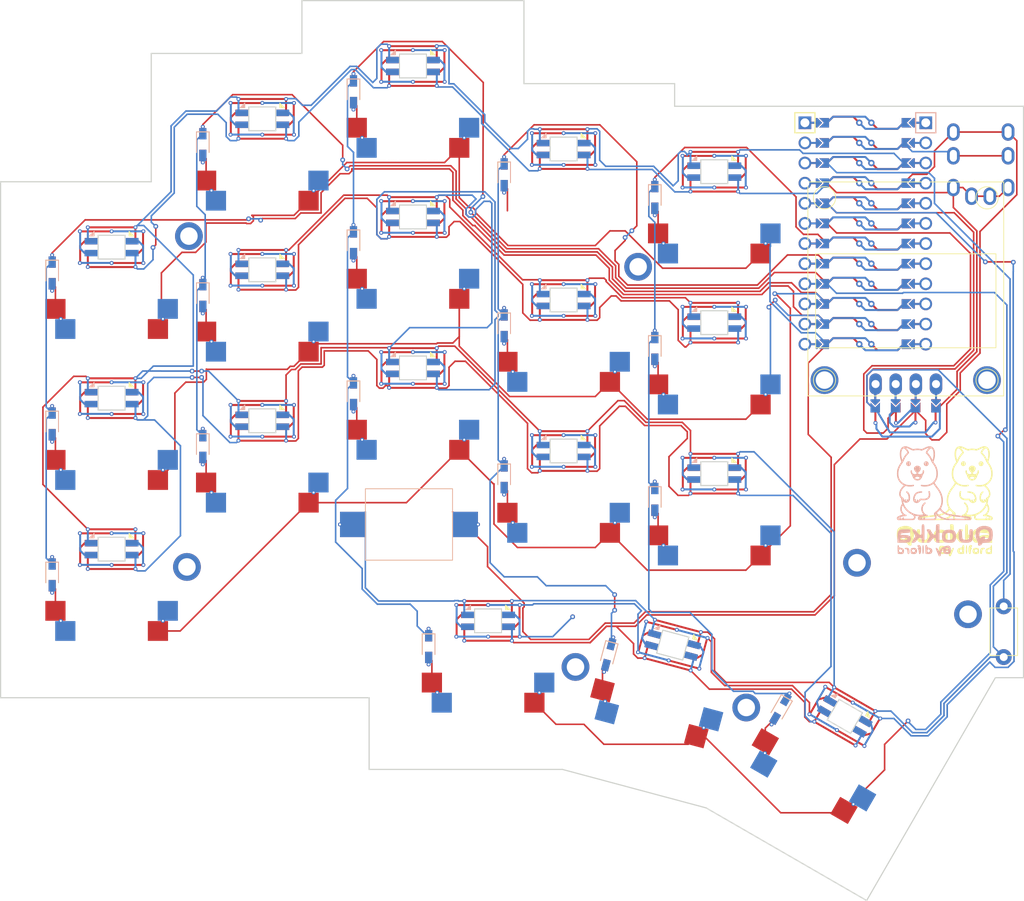
<source format=kicad_pcb>
(kicad_pcb (version 20221018) (generator pcbnew)
  (title_block (title "Quokka") (date "2023-04-15") (rev "v1.0.0") (company "dlford"))
  (layers (0 "F.Cu" signal) (31 "B.Cu" signal) (34 "B.Paste" user) (35 "F.Paste" user) (36 "B.SilkS" user "B.Silkscreen") (37 "F.SilkS" user "F.Silkscreen") (38 "B.Mask" user) (39 "F.Mask" user) (44 "Edge.Cuts" user))
  (net 0 "")
  (net 1 "RAW")
  (net 2 "GND")
  (net 3 "RST")
  (net 4 "VCC")
  (net 5 "P21")
  (net 6 "P20")
  (net 7 "P19")
  (net 8 "P18")
  (net 9 "P15")
  (net 10 "P14")
  (net 11 "P16")
  (net 12 "P10")
  (net 13 "P1")
  (net 14 "P0")
  (net 15 "P2")
  (net 16 "P3")
  (net 17 "P4")
  (net 18 "P5")
  (net 19 "P6")
  (net 20 "P7")
  (net 21 "P8")
  (net 22 "P9")
  (net 23 "matrix_pinky_bottom")
  (net 24 "matrix_pinky_home")
  (net 25 "matrix_pinky_top")
  (net 26 "matrix_ring_bottom")
  (net 27 "matrix_ring_home")
  (net 28 "matrix_ring_top")
  (net 29 "matrix_middle_bottom")
  (net 30 "matrix_middle_home")
  (net 31 "matrix_middle_top")
  (net 32 "matrix_index_bottom")
  (net 33 "matrix_index_home")
  (net 34 "matrix_index_top")
  (net 35 "matrix_inner_bottom")
  (net 36 "matrix_inner_home")
  (net 37 "matrix_inner_top")
  (net 38 "thumb_tucky")
  (net 39 "thumb_home")
  (net 40 "thumb_reachy")
  (footprint "PTS636_SP43_LFS" (layer "F.Cu") (at 268.33 165.6175 90)
    (fp_text reference "")
    (fp_text value "")
  )
  (footprint "MX" (layer "F.Cu") (at 231.83 131.8675 180)
    (fp_text reference "S14" hide)
    (fp_text value "")
  )
  (footprint "D_0805" (layer "F.Cu") (at 205.33 127.01 -90)
    (fp_text reference "")
    (fp_text value "")
  )
  (footprint "MX" (layer "F.Cu") (at 155.83 122.3425 180)
    (fp_text reference "S3" hide)
    (fp_text value "")
  )
  (footprint "M2_Screw_fhole" (layer "F.Cu") (at 245.73 133.8675)
    (fp_text reference "")
    (fp_text value "")
  )
  (footprint "M2_Screw_fhole" (layer "F.Cu") (at 222.23 119.5675)
    (fp_text reference "")
    (fp_text value "")
  )
  (footprint "D_0805" (layer "F.Cu") (at 148.33 158.4425 -90)
    (fp_text reference "")
    (fp_text value "")
  )
  (footprint "M2_Screw_fhole" (layer "F.Cu") (at 165.33 157.4425)
    (fp_text reference "")
    (fp_text value "")
  )
  (footprint "MX" (layer "F.Cu") (at 231.83 112.8175 180)
    (fp_text reference "S15" hide)
    (fp_text value "")
  )
  (footprint "MX" (layer "F.Cu") (at 155.83 160.4425 180)
    (fp_text reference "S1" hide)
    (fp_text value "")
  )
  (footprint "SK6812-MINI-E" (layer "F.Cu") (at 155.83 136.1425)
    (fp_text reference "REF**" hide)
    (fp_text value "SK6812-MINI-E" hide)
    (fp_line (start -1.7 -1.5) (end -1.7 1.5) (stroke (width 0.12)) (layer "Edge.Cuts"))
    (fp_line (start -1.7 -1.5) (end 1.7 -1.5) (stroke (width 0.12)) (layer "Edge.Cuts"))
    (fp_line (start -1.7 1.5) (end -1.7 -1.5) (stroke (width 0.12)) (layer "Edge.Cuts"))
    (fp_line (start -1.7 1.5) (end 1.7 1.5) (stroke (width 0.12)) (layer "Edge.Cuts"))
    (fp_line (start 1.7 -1.5) (end -1.7 -1.5) (stroke (width 0.12)) (layer "Edge.Cuts"))
    (fp_line (start 1.7 -1.5) (end 1.7 1.5) (stroke (width 0.12)) (layer "Edge.Cuts"))
    (fp_line (start 1.7 1.5) (end -1.7 1.5) (stroke (width 0.12)) (layer "Edge.Cuts"))
    (fp_line (start 1.7 1.5) (end 1.7 -1.5) (stroke (width 0.12)) (layer "Edge.Cuts"))
  )
  (footprint "SK6812-MINI-E" (layer "F.Cu") (at 231.83 126.6175)
    (fp_text reference "REF**" hide)
    (fp_text value "SK6812-MINI-E" hide)
    (fp_line (start -1.7 -1.5) (end -1.7 1.5) (stroke (width 0.12)) (layer "Edge.Cuts"))
    (fp_line (start -1.7 -1.5) (end 1.7 -1.5) (stroke (width 0.12)) (layer "Edge.Cuts"))
    (fp_line (start -1.7 1.5) (end -1.7 -1.5) (stroke (width 0.12)) (layer "Edge.Cuts"))
    (fp_line (start -1.7 1.5) (end 1.7 1.5) (stroke (width 0.12)) (layer "Edge.Cuts"))
    (fp_line (start 1.7 -1.5) (end -1.7 -1.5) (stroke (width 0.12)) (layer "Edge.Cuts"))
    (fp_line (start 1.7 -1.5) (end 1.7 1.5) (stroke (width 0.12)) (layer "Edge.Cuts"))
    (fp_line (start 1.7 1.5) (end -1.7 1.5) (stroke (width 0.12)) (layer "Edge.Cuts"))
    (fp_line (start 1.7 1.5) (end 1.7 -1.5) (stroke (width 0.12)) (layer "Edge.Cuts"))
  )
  (footprint "D_0805" (layer "F.Cu") (at 240.175838 175.361142 -120)
    (fp_text reference "")
    (fp_text value "")
  )
  (footprint "SK6812-MINI-E" (layer "F.Cu") (at 193.83 132.3325)
    (fp_text reference "REF**" hide)
    (fp_text value "SK6812-MINI-E" hide)
    (fp_line (start -1.7 -1.5) (end -1.7 1.5) (stroke (width 0.12)) (layer "Edge.Cuts"))
    (fp_line (start -1.7 -1.5) (end 1.7 -1.5) (stroke (width 0.12)) (layer "Edge.Cuts"))
    (fp_line (start -1.7 1.5) (end -1.7 -1.5) (stroke (width 0.12)) (layer "Edge.Cuts"))
    (fp_line (start -1.7 1.5) (end 1.7 1.5) (stroke (width 0.12)) (layer "Edge.Cuts"))
    (fp_line (start 1.7 -1.5) (end -1.7 -1.5) (stroke (width 0.12)) (layer "Edge.Cuts"))
    (fp_line (start 1.7 -1.5) (end 1.7 1.5) (stroke (width 0.12)) (layer "Edge.Cuts"))
    (fp_line (start 1.7 1.5) (end -1.7 1.5) (stroke (width 0.12)) (layer "Edge.Cuts"))
    (fp_line (start 1.7 1.5) (end 1.7 -1.5) (stroke (width 0.12)) (layer "Edge.Cuts"))
  )
  (footprint "D_0805" (layer "F.Cu") (at 186.33 116.5325 -90)
    (fp_text reference "")
    (fp_text value "")
  )
  (footprint "MX" (layer "F.Cu") (at 203.305 169.49125 180)
    (fp_text reference "S16" hide)
    (fp_text value "")
  )
  (footprint "D_0805" (layer "F.Cu") (at 148.33 120.3425 -90)
    (fp_text reference "")
    (fp_text value "")
  )
  (footprint "MX" (layer "F.Cu") (at 212.83 129.01 180)
    (fp_text reference "S11" hide)
    (fp_text value "")
  )
  (footprint "M2_Screw_fhole" (layer "F.Cu") (at 165.58 115.7)
    (fp_text reference "")
    (fp_text value "")
  )
  (footprint "M2_Screw_fhole" (layer "F.Cu") (at 235.863291 175.180693 -30)
    (fp_text reference "")
    (fp_text value "")
  )
  (footprint "SK6812-MINI-E" (layer "F.Cu") (at 226.59407 167.307314 -15)
    (fp_text reference "REF**" hide)
    (fp_text value "SK6812-MINI-E" hide)
    (fp_line (start -1.7 -1.5) (end -1.7 1.5) (stroke (width 0.12)) (layer "Edge.Cuts"))
    (fp_line (start -1.7 -1.5) (end 1.7 -1.5) (stroke (width 0.12)) (layer "Edge.Cuts"))
    (fp_line (start -1.7 1.5) (end -1.7 -1.5) (stroke (width 0.12)) (layer "Edge.Cuts"))
    (fp_line (start -1.7 1.5) (end 1.7 1.5) (stroke (width 0.12)) (layer "Edge.Cuts"))
    (fp_line (start 1.7 -1.5) (end -1.7 -1.5) (stroke (width 0.12)) (layer "Edge.Cuts"))
    (fp_line (start 1.7 -1.5) (end 1.7 1.5) (stroke (width 0.12)) (layer "Edge.Cuts"))
    (fp_line (start 1.7 1.5) (end -1.7 1.5) (stroke (width 0.12)) (layer "Edge.Cuts"))
    (fp_line (start 1.7 1.5) (end 1.7 -1.5) (stroke (width 0.12)) (layer "Edge.Cuts"))
  )
  (footprint "MX" (layer "F.Cu") (at 174.83 125.2 180)
    (fp_text reference "S5" hide)
    (fp_text value "")
  )
  (footprint "MX" (layer "F.Cu") (at 231.83 150.9175 180)
    (fp_text reference "S13" hide)
    (fp_text value "")
  )
  (footprint "MX" (layer "F.Cu") (at 193.83 118.5325 180)
    (fp_text reference "S8" hide)
    (fp_text value "")
  )
  (footprint "MX" (layer "F.Cu") (at 193.83 99.4825 180)
    (fp_text reference "S9" hide)
    (fp_text value "")
  )
  (footprint "SK6812-MINI-E" (layer "F.Cu") (at 212.83 104.71)
    (fp_text reference "REF**" hide)
    (fp_text value "SK6812-MINI-E" hide)
    (fp_line (start -1.7 -1.5) (end -1.7 1.5) (stroke (width 0.12)) (layer "Edge.Cuts"))
    (fp_line (start -1.7 -1.5) (end 1.7 -1.5) (stroke (width 0.12)) (layer "Edge.Cuts"))
    (fp_line (start -1.7 1.5) (end -1.7 -1.5) (stroke (width 0.12)) (layer "Edge.Cuts"))
    (fp_line (start -1.7 1.5) (end 1.7 1.5) (stroke (width 0.12)) (layer "Edge.Cuts"))
    (fp_line (start 1.7 -1.5) (end -1.7 -1.5) (stroke (width 0.12)) (layer "Edge.Cuts"))
    (fp_line (start 1.7 -1.5) (end 1.7 1.5) (stroke (width 0.12)) (layer "Edge.Cuts"))
    (fp_line (start 1.7 1.5) (end -1.7 1.5) (stroke (width 0.12)) (layer "Edge.Cuts"))
    (fp_line (start 1.7 1.5) (end 1.7 -1.5) (stroke (width 0.12)) (layer "Edge.Cuts"))
  )
  (footprint "GME12864-49_OLED" (layer "F.Cu") (at 268.33 135.8675 180)
    (fp_text reference "")
    (fp_text value "")
  )
  (footprint "D_0805" (layer "F.Cu") (at 167.33 123.2 -90)
    (fp_text reference "")
    (fp_text value "")
  )
  (footprint "D_0805" (layer "F.Cu") (at 205.33 146.06 -90)
    (fp_text reference "")
    (fp_text value "")
  )
  (footprint "D_0805" (layer "F.Cu") (at 186.33 135.5825 -90)
    (fp_text reference "")
    (fp_text value "")
  )
  (footprint "LOGO" (layer "F.Cu") (at 263.658766 146.780078)
    (fp_text reference "G***" hide)
    (fp_text value "LOGO" hide)
  )
  (footprint "SK6812-MINI-E" (layer "F.Cu") (at 193.83 94.2325)
    (fp_text reference "REF**" hide)
    (fp_text value "SK6812-MINI-E" hide)
    (fp_line (start -1.7 -1.5) (end -1.7 1.5) (stroke (width 0.12)) (layer "Edge.Cuts"))
    (fp_line (start -1.7 -1.5) (end 1.7 -1.5) (stroke (width 0.12)) (layer "Edge.Cuts"))
    (fp_line (start -1.7 1.5) (end -1.7 -1.5) (stroke (width 0.12)) (layer "Edge.Cuts"))
    (fp_line (start -1.7 1.5) (end 1.7 1.5) (stroke (width 0.12)) (layer "Edge.Cuts"))
    (fp_line (start 1.7 -1.5) (end -1.7 -1.5) (stroke (width 0.12)) (layer "Edge.Cuts"))
    (fp_line (start 1.7 -1.5) (end 1.7 1.5) (stroke (width 0.12)) (layer "Edge.Cuts"))
    (fp_line (start 1.7 1.5) (end -1.7 1.5) (stroke (width 0.12)) (layer "Edge.Cuts"))
    (fp_line (start 1.7 1.5) (end 1.7 -1.5) (stroke (width 0.12)) (layer "Edge.Cuts"))
  )
  (footprint "MX" (layer "F.Cu") (at 225.23527 172.378425 165)
    (fp_text reference "S17" hide)
    (fp_text value "")
  )
  (footprint "SK6812-MINI-E" (layer "F.Cu") (at 174.83 139)
    (fp_text reference "REF**" hide)
    (fp_text value "SK6812-MINI-E" hide)
    (fp_line (start -1.7 -1.5) (end -1.7 1.5) (stroke (width 0.12)) (layer "Edge.Cuts"))
    (fp_line (start -1.7 -1.5) (end 1.7 -1.5) (stroke (width 0.12)) (layer "Edge.Cuts"))
    (fp_line (start -1.7 1.5) (end -1.7 -1.5) (stroke (width 0.12)) (layer "Edge.Cuts"))
    (fp_line (start -1.7 1.5) (end 1.7 1.5) (stroke (width 0.12)) (layer "Edge.Cuts"))
    (fp_line (start 1.7 -1.5) (end -1.7 -1.5) (stroke (width 0.12)) (layer "Edge.Cuts"))
    (fp_line (start 1.7 -1.5) (end 1.7 1.5) (stroke (width 0.12)) (layer "Edge.Cuts"))
    (fp_line (start 1.7 1.5) (end -1.7 1.5) (stroke (width 0.12)) (layer "Edge.Cuts"))
    (fp_line (start 1.7 1.5) (end 1.7 -1.5) (stroke (width 0.12)) (layer "Edge.Cuts"))
  )
  (footprint "SK6812-MINI-E" (layer "F.Cu") (at 248.296029 176.29656 -30)
    (fp_text reference "REF**" hide)
    (fp_text value "SK6812-MINI-E" hide)
    (fp_line (start -1.7 -1.5) (end -1.7 1.5) (stroke (width 0.12)) (layer "Edge.Cuts"))
    (fp_line (start -1.7 -1.5) (end 1.7 -1.5) (stroke (width 0.12)) (layer "Edge.Cuts"))
    (fp_line (start -1.7 1.5) (end -1.7 -1.5) (stroke (width 0.12)) (layer "Edge.Cuts"))
    (fp_line (start -1.7 1.5) (end 1.7 1.5) (stroke (width 0.12)) (layer "Edge.Cuts"))
    (fp_line (start 1.7 -1.5) (end -1.7 -1.5) (stroke (width 0.12)) (layer "Edge.Cuts"))
    (fp_line (start 1.7 -1.5) (end 1.7 1.5) (stroke (width 0.12)) (layer "Edge.Cuts"))
    (fp_line (start 1.7 1.5) (end -1.7 1.5) (stroke (width 0.12)) (layer "Edge.Cuts"))
    (fp_line (start 1.7 1.5) (end 1.7 -1.5) (stroke (width 0.12)) (layer "Edge.Cuts"))
  )
  (footprint "MX" (layer "F.Cu") (at 193.83 137.5825 180)
    (fp_text reference "S7" hide)
    (fp_text value "")
  )
  (footprint "ProMicro" (layer "F.Cu") (at 250.88 115.3675 -90)
    (fp_text reference "MCU1" hide)
    (fp_text value "")
  )
  (footprint "D_0805" (layer "F.Cu") (at 195.805 167.49125 -90)
    (fp_text reference "")
    (fp_text value "")
  )
  (footprint "TRRS-PJ-320A-dual" (layer "F.Cu") (at 266.58 99.3675)
    (fp_text reference "TRRS1" hide)
    (fp_text value "TRRS-PJ-320A-dual" hide)
  )
  (footprint "SK6812-MINI-E" (layer "F.Cu") (at 174.83 119.95)
    (fp_text reference "REF**" hide)
    (fp_text value "SK6812-MINI-E" hide)
    (fp_line (start -1.7 -1.5) (end -1.7 1.5) (stroke (width 0.12)) (layer "Edge.Cuts"))
    (fp_line (start -1.7 -1.5) (end 1.7 -1.5) (stroke (width 0.12)) (layer "Edge.Cuts"))
    (fp_line (start -1.7 1.5) (end -1.7 -1.5) (stroke (width 0.12)) (layer "Edge.Cuts"))
    (fp_line (start -1.7 1.5) (end 1.7 1.5) (stroke (width 0.12)) (layer "Edge.Cuts"))
    (fp_line (start 1.7 -1.5) (end -1.7 -1.5) (stroke (width 0.12)) (layer "Edge.Cuts"))
    (fp_line (start 1.7 -1.5) (end 1.7 1.5) (stroke (width 0.12)) (layer "Edge.Cuts"))
    (fp_line (start 1.7 1.5) (end -1.7 1.5) (stroke (width 0.12)) (layer "Edge.Cuts"))
    (fp_line (start 1.7 1.5) (end 1.7 -1.5) (stroke (width 0.12)) (layer "Edge.Cuts"))
  )
  (footprint "M2_Screw_fhole" (layer "F.Cu") (at 249.83 156.9175)
    (fp_text reference "")
    (fp_text value "")
  )
  (footprint "SK6812-MINI-E" (layer "F.Cu") (at 174.83 100.9)
    (fp_text reference "REF**" hide)
    (fp_text value "SK6812-MINI-E" hide)
    (fp_line (start -1.7 -1.5) (end -1.7 1.5) (stroke (width 0.12)) (layer "Edge.Cuts"))
    (fp_line (start -1.7 -1.5) (end 1.7 -1.5) (stroke (width 0.12)) (layer "Edge.Cuts"))
    (fp_line (start -1.7 1.5) (end -1.7 -1.5) (stroke (width 0.12)) (layer "Edge.Cuts"))
    (fp_line (start -1.7 1.5) (end 1.7 1.5) (stroke (width 0.12)) (layer "Edge.Cuts"))
    (fp_line (start 1.7 -1.5) (end -1.7 -1.5) (stroke (width 0.12)) (layer "Edge.Cuts"))
    (fp_line (start 1.7 -1.5) (end 1.7 1.5) (stroke (width 0.12)) (layer "Edge.Cuts"))
    (fp_line (start 1.7 1.5) (end -1.7 1.5) (stroke (width 0.12)) (layer "Edge.Cuts"))
    (fp_line (start 1.7 1.5) (end 1.7 -1.5) (stroke (width 0.12)) (layer "Edge.Cuts"))
  )
  (footprint "SK6812-MINI-E" (layer "F.Cu") (at 193.83 113.2825)
    (fp_text reference "REF**" hide)
    (fp_text value "SK6812-MINI-E" hide)
    (fp_line (start -1.7 -1.5) (end -1.7 1.5) (stroke (width 0.12)) (layer "Edge.Cuts"))
    (fp_line (start -1.7 -1.5) (end 1.7 -1.5) (stroke (width 0.12)) (layer "Edge.Cuts"))
    (fp_line (start -1.7 1.5) (end -1.7 -1.5) (stroke (width 0.12)) (layer "Edge.Cuts"))
    (fp_line (start -1.7 1.5) (end 1.7 1.5) (stroke (width 0.12)) (layer "Edge.Cuts"))
    (fp_line (start 1.7 -1.5) (end -1.7 -1.5) (stroke (width 0.12)) (layer "Edge.Cuts"))
    (fp_line (start 1.7 -1.5) (end 1.7 1.5) (stroke (width 0.12)) (layer "Edge.Cuts"))
    (fp_line (start 1.7 1.5) (end -1.7 1.5) (stroke (width 0.12)) (layer "Edge.Cuts"))
    (fp_line (start 1.7 1.5) (end 1.7 -1.5) (stroke (width 0.12)) (layer "Edge.Cuts"))
  )
  (footprint "SK6812-MINI-E" (layer "F.Cu") (at 231.83 145.6675)
    (fp_text reference "REF**" hide)
    (fp_text value "SK6812-MINI-E" hide)
    (fp_line (start -1.7 -1.5) (end -1.7 1.5) (stroke (width 0.12)) (layer "Edge.Cuts"))
    (fp_line (start -1.7 -1.5) (end 1.7 -1.5) (stroke (width 0.12)) (layer "Edge.Cuts"))
    (fp_line (start -1.7 1.5) (end -1.7 -1.5) (stroke (width 0.12)) (layer "Edge.Cuts"))
    (fp_line (start -1.7 1.5) (end 1.7 1.5) (stroke (width 0.12)) (layer "Edge.Cuts"))
    (fp_line (start 1.7 -1.5) (end -1.7 -1.5) (stroke (width 0.12)) (layer "Edge.Cuts"))
    (fp_line (start 1.7 -1.5) (end 1.7 1.5) (stroke (width 0.12)) (layer "Edge.Cuts"))
    (fp_line (start 1.7 1.5) (end -1.7 1.5) (stroke (width 0.12)) (layer "Edge.Cuts"))
    (fp_line (start 1.7 1.5) (end 1.7 -1.5) (stroke (width 0.12)) (layer "Edge.Cuts"))
  )
  (footprint "KLJ-1102_Piezo" (layer "F.Cu") (at 187.83 147.5825)
    (fp_text reference "")
    (fp_text value "")
  )
  (footprint "MX" (layer "F.Cu") (at 245.671029 180.843193 150)
    (fp_text reference "S18" hide)
    (fp_text value "")
  )
  (footprint "D_0805" (layer "F.Cu") (at 167.33 142.25 -90)
    (fp_text reference "")
    (fp_text value "")
  )
  (footprint "MX" (layer "F.Cu") (at 174.83 106.15 180)
    (fp_text reference "S6" hide)
    (fp_text value "")
  )
  (footprint "D_0805" (layer "F.Cu") (at 186.33 97.4825 -90)
    (fp_text reference "")
    (fp_text value "")
  )
  (footprint "M2_Screw_fhole" (layer "F.Cu") (at 266.225 133.8675)
    (fp_text reference "")
    (fp_text value "")
  )
  (footprint "D_0805" (layer "F.Cu") (at 218.508465 168.50543 -105)
    (fp_text reference "")
    (fp_text value "")
  )
  (footprint "SK6812-MINI-E" (layer "F.Cu") (at 212.83 142.81)
    (fp_text reference "REF**" hide)
    (fp_text value "SK6812-MINI-E" hide)
    (fp_line (start -1.7 -1.5) (end -1.7 1.5) (stroke (width 0.12)) (layer "Edge.Cuts"))
    (fp_line (start -1.7 -1.5) (end 1.7 -1.5) (stroke (width 0.12)) (layer "Edge.Cuts"))
    (fp_line (start -1.7 1.5) (end -1.7 -1.5) (stroke (width 0.12)) (layer "Edge.Cuts"))
    (fp_line (start -1.7 1.5) (end 1.7 1.5) (stroke (width 0.12)) (layer "Edge.Cuts"))
    (fp_line (start 1.7 -1.5) (end -1.7 -1.5) (stroke (width 0.12)) (layer "Edge.Cuts"))
    (fp_line (start 1.7 -1.5) (end 1.7 1.5) (stroke (width 0.12)) (layer "Edge.Cuts"))
    (fp_line (start 1.7 1.5) (end -1.7 1.5) (stroke (width 0.12)) (layer "Edge.Cuts"))
    (fp_line (start 1.7 1.5) (end 1.7 -1.5) (stroke (width 0.12)) (layer "Edge.Cuts"))
  )
  (footprint "MX" (layer "F.Cu") (at 174.83 144.25 180)
    (fp_text reference "S4" hide)
    (fp_text value "")
  )
  (footprint "LOGO" (layer "F.Cu") (at 260.858766 154.035202)
    (fp_text reference "G***" hide)
    (fp_text value "LOGO" hide)
  )
  (footprint "MX" (layer "F.Cu") (at 212.83 148.06 180)
    (fp_text reference "S10" hide)
    (fp_text value "")
  )
  (footprint "SK6812-MINI-E" (layer "F.Cu") (at 231.83 107.5675)
    (fp_text reference "REF**" hide)
    (fp_text value "SK6812-MINI-E" hide)
    (fp_line (start -1.7 -1.5) (end -1.7 1.5) (stroke (width 0.12)) (layer "Edge.Cuts"))
    (fp_line (start -1.7 -1.5) (end 1.7 -1.5) (stroke (width 0.12)) (layer "Edge.Cuts"))
    (fp_line (start -1.7 1.5) (end -1.7 -1.5) (stroke (width 0.12)) (layer "Edge.Cuts"))
    (fp_line (start -1.7 1.5) (end 1.7 1.5) (stroke (width 0.12)) (layer "Edge.Cuts"))
    (fp_line (start 1.7 -1.5) (end -1.7 -1.5) (stroke (width 0.12)) (layer "Edge.Cuts"))
    (fp_line (start 1.7 -1.5) (end 1.7 1.5) (stroke (width 0.12)) (layer "Edge.Cuts"))
    (fp_line (start 1.7 1.5) (end -1.7 1.5) (stroke (width 0.12)) (layer "Edge.Cuts"))
    (fp_line (start 1.7 1.5) (end 1.7 -1.5) (stroke (width 0.12)) (layer "Edge.Cuts"))
  )
  (footprint "SK6812-MINI-E" (layer "F.Cu") (at 203.305 164.24125)
    (fp_text reference "REF**" hide)
    (fp_text value "SK6812-MINI-E" hide)
    (fp_line (start -1.7 -1.5) (end -1.7 1.5) (stroke (width 0.12)) (layer "Edge.Cuts"))
    (fp_line (start -1.7 -1.5) (end 1.7 -1.5) (stroke (width 0.12)) (layer "Edge.Cuts"))
    (fp_line (start -1.7 1.5) (end -1.7 -1.5) (stroke (width 0.12)) (layer "Edge.Cuts"))
    (fp_line (start -1.7 1.5) (end 1.7 1.5) (stroke (width 0.12)) (layer "Edge.Cuts"))
    (fp_line (start 1.7 -1.5) (end -1.7 -1.5) (stroke (width 0.12)) (layer "Edge.Cuts"))
    (fp_line (start 1.7 -1.5) (end 1.7 1.5) (stroke (width 0.12)) (layer "Edge.Cuts"))
    (fp_line (start 1.7 1.5) (end -1.7 1.5) (stroke (width 0.12)) (layer "Edge.Cuts"))
    (fp_line (start 1.7 1.5) (end 1.7 -1.5) (stroke (width 0.12)) (layer "Edge.Cuts"))
  )
  (footprint "SK6812-MINI-E" (layer "F.Cu") (at 155.83 117.0925)
    (fp_text reference "REF**" hide)
    (fp_text value "SK6812-MINI-E" hide)
    (fp_line (start -1.7 -1.5) (end -1.7 1.5) (stroke (width 0.12)) (layer "Edge.Cuts"))
    (fp_line (start -1.7 -1.5) (end 1.7 -1.5) (stroke (width 0.12)) (layer "Edge.Cuts"))
    (fp_line (start -1.7 1.5) (end -1.7 -1.5) (stroke (width 0.12)) (layer "Edge.Cuts"))
    (fp_line (start -1.7 1.5) (end 1.7 1.5) (stroke (width 0.12)) (layer "Edge.Cuts"))
    (fp_line (start 1.7 -1.5) (end -1.7 -1.5) (stroke (width 0.12)) (layer "Edge.Cuts"))
    (fp_line (start 1.7 -1.5) (end 1.7 1.5) (stroke (width 0.12)) (layer "Edge.Cuts"))
    (fp_line (start 1.7 1.5) (end -1.7 1.5) (stroke (width 0.12)) (layer "Edge.Cuts"))
    (fp_line (start 1.7 1.5) (end 1.7 -1.5) (stroke (width 0.12)) (layer "Edge.Cuts"))
  )
  (footprint "M2_Screw_fhole" (layer "F.Cu") (at 214.33 170.06)
    (fp_text reference "")
    (fp_text value "")
  )
  (footprint "D_0805" (layer "F.Cu") (at 224.33 129.8675 -90)
    (fp_text reference "")
    (fp_text value "")
  )
  (footprint "M2_Screw_fhole" (layer "F.Cu") (at 263.83 163.4175)
    (fp_text reference "")
    (fp_text value "")
  )
  (footprint "MX" (layer "F.Cu") (at 155.83 141.3925 180)
    (fp_text reference "S2" hide)
    (fp_text value "")
  )
  (footprint "D_0805" (layer "F.Cu") (at 205.33 107.96 -90)
    (fp_text reference "")
    (fp_text value "")
  )
  (footprint "SK6812-MINI-E" (layer "F.Cu") (at 212.83 123.76)
    (fp_text reference "REF**" hide)
    (fp_text value "SK6812-MINI-E" hide)
    (fp_line (start -1.7 -1.5) (end -1.7 1.5) (stroke (width 0.12)) (layer "Edge.Cuts"))
    (fp_line (start -1.7 -1.5) (end 1.7 -1.5) (stroke (width 0.12)) (layer "Edge.Cuts"))
    (fp_line (start -1.7 1.5) (end -1.7 -1.5) (stroke (width 0.12)) (layer "Edge.Cuts"))
    (fp_line (start -1.7 1.5) (end 1.7 1.5) (stroke (width 0.12)) (layer "Edge.Cuts"))
    (fp_line (start 1.7 -1.5) (end -1.7 -1.5) (stroke (width 0.12)) (layer "Edge.Cuts"))
    (fp_line (start 1.7 -1.5) (end 1.7 1.5) (stroke (width 0.12)) (layer "Edge.Cuts"))
    (fp_line (start 1.7 1.5) (end -1.7 1.5) (stroke (width 0.12)) (layer "Edge.Cuts"))
    (fp_line (start 1.7 1.5) (end 1.7 -1.5) (stroke (width 0.12)) (layer "Edge.Cuts"))
  )
  (footprint "D_0805" (layer "F.Cu") (at 224.33 148.9175 -90)
    (fp_text reference "")
    (fp_text value "")
  )
  (footprint "SK6812-MINI-E" (layer "F.Cu") (at 155.83 155.1925)
    (fp_text reference "REF**" hide)
    (fp_text value "SK6812-MINI-E" hide)
    (fp_line (start -1.7 -1.5) (end -1.7 1.5) (stroke (width 0.12)) (layer "Edge.Cuts"))
    (fp_line (start -1.7 -1.5) (end 1.7 -1.5) (stroke (width 0.12)) (layer "Edge.Cuts"))
    (fp_line (start -1.7 1.5) (end -1.7 -1.5) (stroke (width 0.12)) (layer "Edge.Cuts"))
    (fp_line (start -1.7 1.5) (end 1.7 1.5) (stroke (width 0.12)) (layer "Edge.Cuts"))
    (fp_line (start 1.7 -1.5) (end -1.7 -1.5) (stroke (width 0.12)) (layer "Edge.Cuts"))
    (fp_line (start 1.7 -1.5) (end 1.7 1.5) (stroke (width 0.12)) (layer "Edge.Cuts"))
    (fp_line (start 1.7 1.5) (end -1.7 1.5) (stroke (width 0.12)) (layer "Edge.Cuts"))
    (fp_line (start 1.7 1.5) (end 1.7 -1.5) (stroke (width 0.12)) (layer "Edge.Cuts"))
  )
  (footprint "D_0805" (layer "F.Cu") (at 167.33 104.15 -90)
    (fp_text reference "")
    (fp_text value "")
  )
  (footprint "D_0805" (layer "F.Cu") (at 148.33 139.3925 -90)
    (fp_text reference "")
    (fp_text value "")
  )
  (footprint "D_0805" (layer "F.Cu") (at 224.33 110.8175 -90)
    (fp_text reference "")
    (fp_text value "")
  )
  (footprint "LOGO" (layer "B.Cu") (at 260.942502 154.035202 180)
    (fp_text reference "G***" hide)
    (fp_text value "LOGO" hide)
  )
  (footprint "LOGO" (layer "B.Cu") (at 258.142502 146.780078 180)
    (fp_text reference "G***" hide)
    (fp_text value "LOGO" hide)
  )
  (gr_line (start 160.83 108.8425) (end 160.83 92.65) (stroke (width 0.15)) (layer "Edge.Cuts"))
  (gr_line (start 212.682878 182.99125) (end 230.799548 187.845597) (stroke (width 0.15)) (layer "Edge.Cuts"))
  (gr_line (start 251.045385 199.534536) (end 267.278763 171.4175) (stroke (width 0.15)) (layer "Edge.Cuts"))
  (gr_line (start 179.83 92.65) (end 179.83 85.9825) (stroke (width 0.15)) (layer "Edge.Cuts"))
  (gr_line (start 141.83 173.9425) (end 141.83 108.8425) (stroke (width 0.15)) (layer "Edge.Cuts"))
  (gr_line (start 226.83 96.46) (end 226.83 99.3175) (stroke (width 0.15)) (layer "Edge.Cuts"))
  (gr_line (start 207.83 96.46) (end 226.83 96.46) (stroke (width 0.15)) (layer "Edge.Cuts"))
  (gr_line (start 270.83 171.4175) (end 270.83 99.3175) (stroke (width 0.15)) (layer "Edge.Cuts"))
  (gr_line (start 179.83 85.9825) (end 207.83 85.9825) (stroke (width 0.15)) (layer "Edge.Cuts"))
  (gr_line (start 188.305 182.99125) (end 212.682878 182.99125) (stroke (width 0.15)) (layer "Edge.Cuts"))
  (gr_line (start 160.83 92.65) (end 179.83 92.65) (stroke (width 0.15)) (layer "Edge.Cuts"))
  (gr_line (start 188.305 182.99125) (end 188.305 173.9425) (stroke (width 0.15)) (layer "Edge.Cuts"))
  (gr_line (start 230.799548 187.845597) (end 251.045385 199.534536) (stroke (width 0.15)) (layer "Edge.Cuts"))
  (gr_line (start 141.83 173.9425) (end 188.305 173.9425) (stroke (width 0.15)) (layer "Edge.Cuts"))
  (gr_line (start 141.83 108.8425) (end 160.83 108.8425) (stroke (width 0.15)) (layer "Edge.Cuts"))
  (gr_line (start 270.83 171.4175) (end 267.278763 171.4175) (stroke (width 0.15)) (layer "Edge.Cuts"))
  (gr_line (start 207.83 85.9825) (end 207.83 96.46) (stroke (width 0.15)) (layer "Edge.Cuts"))
  (gr_line (start 226.83 99.3175) (end 270.83 99.3175) (stroke (width 0.15)) (layer "Edge.Cuts"))
  (segment (start 182.247 131.83) (end 179.687686 131.83) (width 0.2) (layer "F.Cu") (net 2))
  (segment (start 196.83 110.7825) (end 197.08 110.5325) (width 0.2) (layer "F.Cu") (net 2))
  (segment (start 182.247 129.7825) (end 182.247 131.83) (width 0.2) (layer "F.Cu") (net 2))
  (segment (start 264.94 115.044314) (end 261.98 112.084314) (width 0.2) (layer "F.Cu") (net 2))
  (segment (start 197.9345 110.5325) (end 198.472 111.07) (width 0.2) (layer "F.Cu") (net 2))
  (segment (start 190.83 129.8325) (end 190.78 129.7825) (width 0.2) (layer "F.Cu") (net 2))
  (segment (start 198.472 111.07) (end 198.472 112.021899) (width 0.2) (layer "F.Cu") (net 2))
  (segment (start 261.98 109.5675) (end 261.339 110.2085) (width 0.2) (layer "F.Cu") (net 2))
  (segment (start 177.83 133.22) (end 177.83 136.5) (width 0.2) (layer "F.Cu") (net 2))
  (segment (start 185.0975 110.5325) (end 178.18 117.45) (width 0.2) (layer "F.Cu") (net 2))
  (segment (start 233.31 172.01) (end 231.86 170.56) (width 0.2) (layer "F.Cu") (net 2))
  (segment (start 179.687686 131.83) (end 178.987685 132.53) (width 0.2) (layer "F.Cu") (net 2))
  (segment (start 261.339 110.2085) (end 247.245 110.2085) (width 0.2) (layer "F.Cu") (net 2))
  (segment (start 198.472 112.021899) (end 207.660101 121.21) (width 0.2) (layer "F.Cu") (net 2))
  (segment (start 259.79 137.6835) (end 262.447843 135.025657) (width 0.2) (layer "F.Cu") (net 2))
  (segment (start 261.98 109.5675) (end 263.18 109.5675) (width 0.2) (layer "F.Cu") (net 2))
  (segment (start 267.78 110.6675) (end 268.88 109.5675) (width 0.2) (layer "F.Cu") (net 2))
  (segment (start 247.245 110.2085) (end 246.054 109.0175) (width 0.2) (layer "F.Cu") (net 2))
  (segment (start 220.476314 136.46) (end 219.68 136.46) (width 0.2) (layer "F.Cu") (net 2))
  (segment (start 190.78 129.7825) (end 182.247 129.7825) (width 0.2) (layer "F.Cu") (net 2))
  (segment (start 190.58 110.5325) (end 185.0975 110.5325) (width 0.2) (layer "F.Cu") (net 2))
  (segment (start 152.58 133.3925) (end 151.0475 133.3925) (width 0.2) (layer "F.Cu") (net 2))
  (segment (start 231.86 166.51751) (end 231.011447 165.668957) (width 0.2) (layer "F.Cu") (net 2))
  (segment (start 209.78 121.21) (end 209.83 121.26) (width 0.2) (layer "F.Cu") (net 2))
  (segment (start 231.011447 165.668957) (end 230.138895 165.668957) (width 0.2) (layer "F.Cu") (net 2))
  (segment (start 264.94 130.275685) (end 264.94 115.044314) (width 0.2) (layer "F.Cu") (net 2))
  (segment (start 147.17 137.27) (end 147.17 147.0325) (width 0.2) (layer "F.Cu") (net 2))
  (segment (start 218.19 121.26) (end 218.19 121.422742) (width 0.2) (layer "F.Cu") (net 2))
  (segment (start 165.9805 132.7295) (end 167.1795 132.7295) (width 0.2) (layer "F.Cu") (net 2))
  (segment (start 178.987685 132.53) (end 178.52 132.53) (width 0.2) (layer "F.Cu") (net 2))
  (segment (start 231.86 170.56) (end 231.86 166.51751) (width 0.2) (layer "F.Cu") (net 2))
  (segment (start 223.213814 139.1975) (end 220.476314 136.46) (width 0.2) (layer "F.Cu") (net 2))
  (segment (start 266.58 110.6675) (end 267.78 110.6675) (width 0.2) (layer "F.Cu") (net 2))
  (segment (start 261.98 112.084314) (end 261.98 109.5675) (width 0.2) (layer "F.Cu") (net 2))
  (segment (start 219.68 136.46) (end 215.83 140.31) (width 0.2) (layer "F.Cu") (net 2))
  (segment (start 190.83 110.7825) (end 190.58 110.5325) (width 0.2) (layer "F.Cu") (net 2))
  (segment (start 262.447843 135.025657) (end 262.447843 132.767843) (width 0.2) (layer "F.Cu") (net 2))
  (segment (start 209.83 140.31) (end 199.1025 129.5825) (width 0.2) (layer "F.Cu") (net 2))
  (segment (start 264.28 110.6675) (end 266.58 110.6675) (width 0.2) (layer "F.Cu") (net 2))
  (segment (start 215.83 121.26) (end 216.08 121.01) (width 0.2) (layer "F.Cu") (net 2))
  (segment (start 218.19 121.422742) (end 220.237256 123.47) (width 0.2) (layer "F.Cu") (net 2))
  (segment (start 178.52 132.53) (end 177.83 133.22) (width 0.2) (layer "F.Cu") (net 2))
  (segment (start 197.08 129.5825) (end 196.83 129.8325) (width 0.2) (layer "F.Cu") (net 2))
  (segment (start 228.83 140.23) (end 227.7975 139.1975) (width 0.2) (layer "F.Cu") (net 2))
  (segment (start 246.326457 172.01) (end 233.31 172.01) (width 0.2) (layer "F.Cu") (net 2))
  (segment (start 147.17 147.0325) (end 152.83 152.6925) (width 0.2) (layer "F.Cu") (net 2))
  (segment (start 227.7975 139.1975) (end 223.213814 139.1975) (width 0.2) (layer "F.Cu") (net 2))
  (segment (start 228.1825 123.47) (end 228.83 124.1175) (width 0.2) (layer "F.Cu") (net 2))
  (segment (start 246.947953 172.631496) (end 246.326457 172.01) (width 0.2) (layer "F.Cu") (net 2))
  (segment (start 197.08 110.5325) (end 197.9345 110.5325) (width 0.2) (layer "F.Cu") (net 2))
  (segment (start 217.94 121.01) (end 218.19 121.26) (width 0.2) (layer "F.Cu") (net 2))
  (segment (start 199.1025 129.5825) (end 197.08 129.5825) (width 0.2) (layer "F.Cu") (net 2))
  (segment (start 207.660101 121.21) (end 209.78 121.21) (width 0.2) (layer "F.Cu") (net 2))
  (segment (start 263.18 109.5675) (end 264.28 110.6675) (width 0.2) (layer "F.Cu") (net 2))
  (segment (start 152.83 133.6425) (end 152.58 133.3925) (width 0.2) (layer "F.Cu") (net 2))
  (segment (start 151.0475 133.3925) (end 147.17 137.27) (width 0.2) (layer "F.Cu") (net 2))
  (segment (start 216.08 121.01) (end 217.94 121.01) (width 0.2) (layer "F.Cu") (net 2))
  (segment (start 220.237256 123.47) (end 228.1825 123.47) (width 0.2) (layer "F.Cu") (net 2))
  (segment (start 228.83 143.1675) (end 228.83 140.23) (width 0.2) (layer "F.Cu") (net 2))
  (segment (start 178.18 117.45) (end 177.83 117.45) (width 0.2) (layer "F.Cu") (net 2))
  (segment (start 262.447843 132.767843) (end 264.94 130.275685) (width 0.2) (layer "F.Cu") (net 2))
  (via (at 165.9805 132.7295) (size 0.6) (drill 0.3) (layers "F.Cu" "B.Cu") (net 2))
  (via (at 167.1795 132.7295) (size 0.6) (drill 0.3) (layers "F.Cu" "B.Cu") (net 2))
  (segment (start 159.7525 132.72) (end 158.83 133.6425) (width 0.2) (layer "B.Cu") (net 2))
  (segment (start 208.28 102.482182) (end 208.28 103.48) (width 0.2) (layer "B.Cu") (net 2))
  (segment (start 190.83 91.7325) (end 190.58 91.4825) (width 0.2) (layer "B.Cu") (net 2))
  (segment (start 221.918548 161.69125) (end 206.355 161.69125) (width 0.2) (layer "B.Cu") (net 2))
  (segment (start 200.53 112.264314) (end 201.782157 111.012157) (width 0.2) (layer "B.Cu") (net 2))
  (segment (start 166.13 132.1) (end 166.13 120.614682) (width 0.2) (layer "B.Cu") (net 2))
  (segment (start 224.185685 106.89) (end 218.14 106.89) (width 0.2) (layer "B.Cu") (net 2))
  (segment (start 165.9805 132.7295) (end 162.0695 132.7295) (width 0.2) (layer "B.Cu") (net 2))
  (segment (start 203.532843 111.31) (end 202.79 111.31) (width 0.2) (layer "B.Cu") (net 2))
  (segment (start 217.38 102.482182) (end 217.057818 102.16) (width 0.2) (layer "B.Cu") (net 2))
  (segment (start 267.03 167.5175) (end 267.03 159.874314) (width 0.2) (layer "B.Cu") (net 2))
  (segment (start 207.11 104.65) (end 206.235686 104.65) (width 0.2) (layer "B.Cu") (net 2))
  (segment (start 251.083 136.6505) (end 252.13 137.6975) (width 0.2) (layer "B.Cu") (net 2))
  (segment (start 246.947953 172.631496) (end 246.947953 153.017953) (width 0.2) (layer "B.Cu") (net 2))
  (segment (start 159.875318 114.36) (end 159.0625 114.36) (width 0.2) (layer "B.Cu") (net 2))
  (segment (start 159.552182 133.6425) (end 161.094682 132.1) (width 0.2) (layer "B.Cu") (net 2))
  (segment (start 203.18 127.25) (end 203.78 126.65) (width 0.2) (layer "B.Cu") (net 2))
  (segment (start 235.08 104.8175) (end 242.584365 104.8175) (width 0.2) (layer "B.Cu") (net 2))
  (segment (start 189.50125 161.74125) (end 187.83 160.07) (width 0.2) (layer "B.Cu") (net 2))
  (segment (start 162.06 132.72) (end 159.7525 132.72) (width 0.2) (layer "B.Cu") (net 2))
  (segment (start 201.3025 110.5325) (end 197.08 110.5325) (width 0.2) (layer "B.Cu") (net 2))
  (segment (start 228.057818 105.0175) (end 227.602182 105.0175) (width 0.2) (layer "B.Cu") (net 2))
  (segment (start 202.89 101.304314) (end 202.89 100.384314) (width 0.2) (layer "B.Cu") (net 2))
  (segment (start 199.532818 161.69125) (end 199.077182 161.69125) (width 0.2) (layer "B.Cu") (net 2))
  (segment (start 167.1795 132.7295) (end 168.0595 132.7295) (width 0.2) (layer "B.Cu") (net 2))
  (segment (start 200.881471 113.3) (end 200.53 112.948529) (width 0.2) (layer "B.Cu") (net 2))
  (segment (start 268.33 168.8175) (end 267.03 167.5175) (width 0.2) (layer "B.Cu") (net 2))
  (segment (start 218.14 106.89) (end 217.38 106.13) (width 0.2) (layer "B.Cu") (net 2))
  (segment (start 226.647843 109.352158) (end 224.185685 106.89) (width 0.2) (layer "B.Cu") (net 2))
  (segment (start 258.64 178.35) (end 256.83 178.35) (width 0.2) (layer "B.Cu") (net 2))
  (segment (start 171.58 98.15) (end 170.802182 98.15) (width 0.2) (layer "B.Cu") (net 2))
  (segment (start 159.0625 114.36) (end 158.83 114.5925) (width 0.2) (layer "B.Cu") (net 2))
  (segment (start 158.83 133.6425) (end 159.552182 133.6425) (width 0.2) (layer "B.Cu") (net 2))
  (segment (start 201.782157 111.012157) (end 201.3025 110.5325) (width 0.2) (layer "B.Cu") (net 2))
  (segment (start 266.6425 168.8175) (end 260.8 174.66) (width 0.2) (layer "B.Cu") (net 2))
  (segment (start 185.901814 94.2825) (end 180.994314 99.19) (width 0.2) (layer "B.Cu") (net 2))
  (segment (start 268.73 158.174314) (end 268.73 141.21975) (width 0.2) (layer "B.Cu") (net 2))
  (segment (start 188.762843 96.317157) (end 186.728185 94.2825) (width 0.2) (layer "B.Cu") (net 2))
  (segment (start 268.33 168.8175) (end 266.6425 168.8175) (width 0.2) (layer "B.Cu") (net 2))
  (segment (start 187.83 160.07) (end 187.83 150.4825) (width 0.2) (layer "B.Cu") (net 2))
  (segment (start 260.8 176.19) (end 258.64 178.35) (width 0.2) (layer "B.Cu") (net 2))
  (segment (start 171.83 98.4) (end 171.58 98.15) (width 0.2) (layer "B.Cu") (net 2))
  (segment (start 254.111496 175.631496) (end 252.144105 175.631496) (width 0.2) (layer "B.Cu") (net 2))
  (segment (start 190.83 129.8325) (end 193.4125 127.25) (width 0.2) (layer "B.Cu") (net 2))
  (segment (start 246.947953 153.017953) (end 236.8475 142.9175) (width 0.2) (layer "B.Cu") (net 2))
  (segment (start 177.88 98.35) (end 177.83 98.4) (width 0.2) (layer "B.Cu") (net 2))
  (segment (start 168.0595 132.7295) (end 171.83 136.5) (width 0.2) (layer "B.Cu") (net 2))
  (segment (start 252.13 137.6975) (end 251.7625 137.6975) (width 0.2) (layer "B.Cu") (net 2))
  (segment (start 202.89 100.384314) (end 198.985685 96.48) (width 0.2) (layer "B.Cu") (net 2))
  (segment (start 227.28 105.339682) (end 227.28 108.72) (width 0.2) (layer "B.Cu") (net 2))
  (segment (start 260.8 174.66) (end 260.8 176.19) (width 0.2) (layer "B.Cu") (net 2))
  (segment (start 224.34334 164.116042) (end 221.918548 161.69125) (width 0.2) (layer "B.Cu") (net 2))
  (segment (start 196.88 91.6825) (end 196.83 91.7325) (width 0.2) (layer "B.Cu") (net 2))
  (segment (start 201.378529 113.3) (end 200.881471 113.3) (width 0.2) (layer "B.Cu") (net 2))
  (segment (start 206.235686 104.65) (end 202.89 101.304314) (width 0.2) (layer "B.Cu") (net 2))
  (segment (start 189.28 92.004682) (end 189.28 95.8) (width 0.2) (layer "B.Cu") (net 2))
  (segment (start 235.08 142.9175) (end 234.83 143.1675) (width 0.2) (layer "B.Cu") (net 2))
  (segment (start 209.057818 102.16) (end 208.602182 102.16) (width 0.2) (layer "B.Cu") (net 2))
  (segment (start 201.73 112.37) (end 201.73 112.948529) (width 0.2) (layer "B.Cu") (net 2))
  (segment (start 228.38 105.5175) (end 228.38 105.339682) (width 0.2) (layer "B.Cu") (net 2))
  (segment (start 242.584365 104.8175) (end 243.026865 105.26) (width 0.2) (layer "B.Cu") (net 2))
  (segment (start 227.602182 105.0175) (end 227.28 105.339682) (width 0.2) (layer "B.Cu") (net 2))
  (segment (start 198.985685 96.48) (end 198.38 96.48) (width 0.2) (layer "B.Cu") (net 2))
  (segment (start 189.28 95.8) (end 188.762843 96.317157) (width 0.2) (layer "B.Cu") (net 2))
  (segment (start 260.08025 132.57) (end 251.77 132.57) (width 0.2) (layer "B.Cu") (net 2))
  (segment (start 170.28 98.672182) (end 170.28 98.69) (width 0.2) (layer "B.Cu") (net 2))
  (segment (start 169.052157 99.917843) (end 165.202157 99.917843) (width 0.2) (layer "B.Cu") (net 2))
  (segment (start 215.88 102.16) (end 215.83 102.21) (width 0.2) (layer "B.Cu") (net 2))
  (segment (start 217.38 106.13) (end 217.38 102.482182) (width 0.2) (layer "B.Cu") (net 2))
  (segment (start 170.802182 98.15) (end 170.28 98.672182) (width 0.2) (layer "B.Cu") (net 2))
  (segment (start 228.83 105.0675) (end 228.38 105.5175) (width 0.2) (layer "B.Cu") (net 2))
  (segment (start 198.057818 91.6825) (end 196.88 91.6825) (width 0.2) (layer "B.Cu") (net 2))
  (segment (start 163.33 101.790001) (end 163.33 110.0925) (width 0.2) (layer "B.Cu") (net 2))
  (segment (start 208.602182 102.16) (end 208.28 102.482182) (width 0.2) (layer "B.Cu") (net 2))
  (segment (start 203.78 111.557157) (end 203.532843 111.31) (width 0.2) (layer "B.Cu") (net 2))
  (segment (start 170.28 98.69) (end 169.052157 99.917843) (width 0.2) (layer "B.Cu") (net 2))
  (segment (start 199.582818 161.74125) (end 199.532818 161.69125) (width 0.2) (layer "B.Cu") (net 2))
  (segment (start 179.897818 99.19) (end 179.057818 98.35) (width 0.2) (layer "B.Cu") (net 2))
  (segment (start 228.38 105.339682) (end 228.057818 105.0175) (width 0.2) (layer "B.Cu") (net 2))
  (segment (start 227.28 108.72) (end 226.647843 109.352158) (width 0.2) (layer "B.Cu") (net 2))
  (segment (start 251.083 133.257) (end 251.083 136.6505) (width 0.2) (layer "B.Cu") (net 2))
  (segment (start 254.4885 105.26) (end 255.706 106.4775) (width 0.2) (layer "B.Cu") (net 2))
  (segment (start 162.0695 132.7295) (end 162.06 132.72) (width 0.2) (layer "B.Cu") (net 2))
  (segment (start 203.78 126.65) (end 203.78 111.557157) (width 0.2) (layer "B.Cu") (net 2))
  (segment (start 243.026865 105.26) (end 254.4885 105.26) (width 0.2) (layer "B.Cu") (net 2))
  (segment (start 190.58 91.4825) (end 189.802182 91.4825) (width 0.2) (layer "B.Cu") (net 2))
  (segment (start 193.4125 127.25) (end 203.18 127.25) (width 0.2) (layer "B.Cu") (net 2))
  (segment (start 179.057818 98.35) (end 177.88 98.35) (width 0.2) (layer "B.Cu") (net 2))
  (segment (start 234.83 105.0675) (end 235.08 104.8175) (width 0.2) (layer "B.Cu") (net 2))
  (segment (start 163.33 110.0925) (end 158.83 114.5925) (width 0.2) (layer "B.Cu") (net 2))
  (segment (start 199.027182 161.74125) (end 189.50125 161.74125) (width 0.2) (layer "B.Cu") (net 2))
  (segment (start 209.107818 102.21) (end 209.057818 102.16) (width 0.2) (layer "B.Cu") (net 2))
  (segment (start 208.28 103.48) (end 207.11 104.65) (width 0.2) (layer "B.Cu") (net 2))
  (segment (start 267.03 159.874314) (end 268.73 158.174314) (width 0.2) (layer "B.Cu") (net 2))
  (segment (start 251.77 132.57) (end 251.083 133.257) (width 0.2) (layer "B.Cu") (net 2))
  (segment (start 200.305 161.74125) (end 199.582818 161.74125) (width 0.2) (layer "B.Cu") (net 2))
  (segment (start 199.077182 161.69125) (end 199.027182 161.74125) (width 0.2) (layer "B.Cu") (net 2))
  (segment (start 166.13 120.614682) (end 159.875318 114.36) (width 0.2) (layer "B.Cu") (net 2))
  (segment (start 209.83 102.21) (end 209.107818 102.21) (width 0.2) (layer "B.Cu") (net 2))
  (segment (start 200.53 112.948529) (end 200.53 112.264314) (width 0.2) (layer "B.Cu") (net 2))
  (segment (start 268.73 141.21975) (end 260.08025 132.57) (width 0.2) (layer "B.Cu") (net 2))
  (segment (start 165.202157 99.917843) (end 163.33 101.790001) (width 0.2) (layer "B.Cu") (net 2))
  (segment (start 202.79 111.31) (end 201.73 112.37) (width 0.2) (layer "B.Cu") (net 2))
  (segment (start 180.994314 99.19) (end 179.897818 99.19) (width 0.2) (layer "B.Cu") (net 2))
  (segment (start 198.38 92.004682) (end 198.057818 91.6825) (width 0.2) (layer "B.Cu") (net 2))
  (segment (start 256.83 178.35) (end 254.111496 175.631496) (width 0.2) (layer "B.Cu") (net 2))
  (segment (start 161.094682 132.1) (end 166.13 132.1) (width 0.2) (layer "B.Cu") (net 2))
  (segment (start 201.73 112.948529) (end 201.378529 113.3) (width 0.2) (layer "B.Cu") (net 2))
  (segment (start 217.057818 102.16) (end 215.88 102.16) (width 0.2) (layer "B.Cu") (net 2))
  (segment (start 198.38 96.48) (end 198.38 92.004682) (width 0.2) (layer "B.Cu") (net 2))
  (segment (start 189.802182 91.4825) (end 189.28 92.004682) (width 0.2) (layer "B.Cu") (net 2))
  (segment (start 197.08 110.5325) (end 196.83 110.7825) (width 0.2) (layer "B.Cu") (net 2))
  (segment (start 186.728185 94.2825) (end 185.901814 94.2825) (width 0.2) (layer "B.Cu") (net 2))
  (segment (start 236.8475 142.9175) (end 235.08 142.9175) (width 0.2) (layer "B.Cu") (net 2))
  (segment (start 259.6 111.57) (end 259.6 108.4075) (width 0.2) (layer "B.Cu") (net 3))
  (segment (start 269.13 121.1) (end 259.6 111.57) (width 0.2) (layer "B.Cu") (net 3))
  (segment (start 247.2665 107.69) (end 246.054 106.4775) (width 0.2) (layer "B.Cu") (net 3))
  (segment (start 259.6 108.4075) (end 258.8825 107.69) (width 0.2) (layer "B.Cu") (net 3))
  (segment (start 268.33 162.4175) (end 268.33 159.14) (width 0.2) (layer "B.Cu") (net 3))
  (segment (start 269.13 158.34) (end 269.13 121.1) (width 0.2) (layer "B.Cu") (net 3))
  (segment (start 268.33 159.14) (end 269.13 158.34) (width 0.2) (layer "B.Cu") (net 3))
  (segment (start 258.8825 107.69) (end 247.2665 107.69) (width 0.2) (layer "B.Cu") (net 3))
  (segment (start 188.0625 110.9325) (end 185.263186 110.9325) (width 0.2) (layer "F.Cu") (net 4))
  (segment (start 228.58 148.4175) (end 227.2675 148.4175) (width 0.2) (layer "F.Cu") (net 4))
  (segment (start 253.6035 141.3) (end 250.2 141.3) (width 0.2) (layer "F.Cu") (net 4))
  (segment (start 179.057818 141.55) (end 177.88 141.55) (width 0.2) (layer "F.Cu") (net 4))
  (segment (start 215.88 145.36) (end 215.83 145.31) (width 0.2) (layer "F.Cu") (net 4))
  (segment (start 198.38 132.25) (end 198.38 134.560318) (width 0.2) (layer "F.Cu") (net 4))
  (segment (start 182.647 130.1825) (end 182.647 131.995685) (width 0.2) (layer "F.Cu") (net 4))
  (segment (start 179.38 132.703372) (end 179.38 141.227818) (width 0.2) (layer "F.Cu") (net 4))
  (segment (start 182.412685 132.23) (end 179.853372 132.23) (width 0.2) (layer "F.Cu") (net 4))
  (segment (start 218.23 164.94) (end 219.47 164.94) (width 0.2) (layer "F.Cu") (net 4))
  (segment (start 199.14 131.49) (end 198.38 132.25) (width 0.2) (layer "F.Cu") (net 4))
  (segment (start 198.057818 115.8325) (end 198.38 115.510318) (width 0.2) (layer "F.Cu") (net 4))
  (segment (start 185.263186 110.9325) (end 179.4 116.795686) (width 0.2) (layer "F.Cu") (net 4))
  (segment (start 221.65 167.12) (end 221.65 168.418978) (width 0.2) (layer "F.Cu") (net 4))
  (segment (start 221.65 168.418978) (end 222.176693 168.945671) (width 0.2) (layer "F.Cu") (net 4))
  (segment (start 265.34 130.467843) (end 265.34 115.12) (width 0.2) (layer "F.Cu") (net 4))
  (segment (start 188.1925 130.1825) (end 182.647 130.1825) (width 0.2) (layer "F.Cu") (net 4))
  (segment (start 243.821624 176.961624) (end 244.447953 176.961624) (width 0.2) (layer "F.Cu") (net 4))
  (segment (start 260.19 141.41) (end 261.15 140.45) (width 0.2) (layer "F.Cu") (net 4))
  (segment (start 189.28 115.510318) (end 189.28 112.15) (width 0.2) (layer "F.Cu") (net 4))
  (segment (start 223.310373 163.5) (end 221.880373 164.93) (width 0.2) (layer "F.Cu") (net 4))
  (segment (start 220.071571 123.87) (end 226.17 123.87) (width 0.2) (layer "F.Cu") (net 4))
  (segment (start 228.43 141.22) (end 228.43 140.395686) (width 0.2) (layer "F.Cu") (net 4))
  (segment (start 258.633135 107.9) (end 256.8235 107.9) (width 0.2) (layer "F.Cu") (net 4))
  (segment (start 227.28 124.98) (end 227.28 128.845318) (width 0.2) (layer "F.Cu") (net 4))
  (segment (start 177.88 141.55) (end 177.83 141.5) (width 0.2) (layer "F.Cu") (net 4))
  (segment (start 198.38 134.560318) (end 198.057818 134.8825) (width 0.2) (layer "F.Cu") (net 4))
  (segment (start 189.28 131.27) (end 188.1925 130.1825) (width 0.2) (layer "F.Cu") (net 4))
  (segment (start 257.23 137.6735) (end 253.6035 141.3) (width 0.2) (layer "F.Cu") (net 4))
  (segment (start 216.17875 166.99125) (end 218.23 164.94) (width 0.2) (layer "F.Cu") (net 4))
  (segment (start 228.43 140.395686) (end 227.631814 139.5975) (width 0.2) (layer "F.Cu") (net 4))
  (segment (start 179.4 122.157818) (end 179.057818 122.5) (width 0.2) (layer "F.Cu") (net 4))
  (segment (start 228.83 148.1675) (end 228.58 148.4175) (width 0.2) (layer "F.Cu") (net 4))
  (segment (start 198.38 115.510318) (end 198.38 114.5075) (width 0.2) (layer "F.Cu") (net 4))
  (segment (start 217.38 139.655) (end 217.38 145.037818) (width 0.2) (layer "F.Cu") (net 4))
  (segment (start 217.38 145.037818) (end 217.057818 145.36) (width 0.2) (layer "F.Cu") (net 4))
  (segment (start 219.451571 123.25) (end 220.071571 123.87) (width 0.2) (layer "F.Cu") (net 4))
  (segment (start 244.54 163.5) (end 223.310373 163.5) (width 0.2) (layer "F.Cu") (net 4))
  (segment (start 198.38 114.5075) (end 199.0275 113.86) (width 0.2) (layer "F.Cu") (net 4))
  (segment (start 189.28 134.560318) (end 189.28 131.27) (width 0.2) (layer "F.Cu") (net 4))
  (segment (start 243.24 174.53) (end 243.24 176.38) (width 0.2) (layer "F.Cu") (net 4))
  (segment (start 259.6 104.9475) (end 259.6 106.933135) (width 0.2) (layer "F.Cu") (net 4))
  (segment (start 261.98 102.5675) (end 259.6 104.9475) (width 0.2) (layer "F.Cu") (net 4))
  (segment (start 262.847843 135.191342) (end 262.847843 132.96) (width 0.2) (layer "F.Cu") (net 4))
  (segment (start 228.114682 129.68) (end 228.2675 129.68) (width 0.2) (layer "F.Cu") (net 4))
  (segment (start 196.88 134.8825) (end 196.83 134.8325) (width 0.2) (layer "F.Cu") (net 4))
  (segment (start 207.68 125.387818) (end 208.602182 126.31) (width 0.2) (layer "F.Cu") (net 4))
  (segment (start 199.0275 113.86) (end 199.744415 113.86) (width 0.2) (layer "F.Cu") (net 4))
  (segment (start 189.28 112.15) (end 188.0625 110.9325) (width 0.2) (layer "F.Cu") (net 4))
  (segment (start 179.853372 132.23) (end 179.38 132.703372) (width 0.2) (layer "F.Cu") (net 4))
  (segment (start 226.12 143.53) (end 228.43 141.22) (width 0.2) (layer "F.Cu") (net 4))
  (segment (start 196.88 115.8325) (end 198.057818 115.8325) (width 0.2) (layer "F.Cu") (net 4))
  (segment (start 190.83 134.8325) (end 190.38 134.3825) (width 0.2) (layer "F.Cu") (net 4))
  (segment (start 246.97 144.53) (end 246.97 161.07) (width 0.2) (layer "F.Cu") (net 4))
  (segment (start 227.28 128.845318) (end 228.114682 129.68) (width 0.2) (layer "F.Cu") (net 4))
  (segment (start 227.2675 148.4175) (end 226.12 147.27) (width 0.2) (layer "F.Cu") (net 4))
  (segment (start 217.057818 126.31) (end 217.38 125.987818) (width 0.2) (layer "F.Cu") (net 4))
  (segment (start 209.78 126.31) (end 209.83 126.26) (width 0.2) (layer "F.Cu") (net 4))
  (segment (start 219.865 137.17) (end 217.38 139.655) (width 0.2) (layer "F.Cu") (net 4))
  (segment (start 182.647 131.995685) (end 182.412685 132.23) (width 0.2) (layer "F.Cu") (net 4))
  (segment (start 217.057818 145.36) (end 215.88 145.36) (width 0.2) (layer "F.Cu") (net 4))
  (segment (start 190.38 134.560318) (end 190.057818 134.8825) (width 0.2) (layer "F.Cu") (net 4))
  (segment (start 241.572585 172.862585) (end 243.24 174.53) (width 0.2) (layer "F.Cu") (net 4))
  (segment (start 223.048128 139.5975) (end 220.620628 137.17) (width 0.2) (layer "F.Cu") (net 4))
  (segment (start 243.24 176.38) (end 243.821624 176.961624) (width 0.2) (layer "F.Cu") (net 4))
  (segment (start 189.802182 116.0325) (end 189.28 115.510318) (width 0.2) (layer "F.Cu") (net 4))
  (segment (start 227.631814 139.5975) (end 223.048128 139.5975) (width 0.2) (layer "F.Cu") (net 4))
  (segment (start 217.38 125.987818) (end 217.38 124.71) (width 0.2) (layer "F.Cu") (net 4))
  (segment (start 246.97 161.07) (end 244.54 163.5) (width 0.2) (layer "F.Cu") (net 4))
  (segment (start 220.620628 137.17) (end 219.865 137.17) (width 0.2) (layer "F.Cu") (net 4))
  (segment (start 190.38 134.3825) (end 190.38 134.560318) (width 0.2) (layer "F.Cu") (net 4))
  (segment (start 207.68 121.795585) (end 207.68 125.387818) (width 0.2) (layer "F.Cu") (net 4))
  (segment (start 196.83 115.7825) (end 196.88 115.8325) (width 0.2) (layer "F.Cu") (net 4))
  (segment (start 199.744415 113.86) (end 207.68 121.795585) (width 0.2) (layer "F.Cu") (net 4))
  (segment (start 190.58 116.0325) (end 189.802182 116.0325) (width 0.2) (layer "F.Cu") (net 4))
  (segment (start 222.176693 168.945671) (end 223.049245 168.945671) (width 0.2) (layer "F.Cu") (net 4))
  (segment (start 226.12 147.27) (end 226.12 143.53) (width 0.2) (layer "F.Cu") (net 4))
  (segment (start 256.8235 107.9) (end 255.706 109.0175) (width 0.2) (layer "F.Cu") (net 4))
  (segment (start 179.4 116.795686) (end 179.4 122.157818) (width 0.2) (layer "F.Cu") (net 4))
  (segment (start 219.47 164.94) (end 221.65 167.12) (width 0.2) (layer "F.Cu") (net 4))
  (segment (start 218.84 123.25) (end 219.451571 123.25) (width 0.2) (layer "F.Cu") (net 4))
  (segment (start 258.49 138.96) (end 258.49 140.63) (width 0.2) (layer "F.Cu") (net 4))
  (segment (start 165.9805 133.529003) (end 167.1795 133.529003) (width 0.2) (layer "F.Cu") (net 4))
  (segment (start 177.88 122.5) (end 177.83 122.45) (width 0.2) (layer "F.Cu") (net 4))
  (segment (start 215.88 126.31) (end 217.057818 126.31) (width 0.2) (layer "F.Cu") (net 4))
  (segment (start 231.208799 172.862585) (end 241.572585 172.862585) (width 0.2) (layer "F.Cu") (net 4))
  (segment (start 206.555 166.99125) (end 216.17875 166.99125) (width 0.2) (layer "F.Cu") (net 4))
  (segment (start 208.802182 145.56) (end 208.28 145.037818) (width 0.2) (layer "F.Cu") (net 4))
  (segment (start 179.057818 122.5) (end 177.88 122.5) (width 0.2) (layer "F.Cu") (net 4))
  (segment (start 259.27 141.41) (end 260.19 141.41) (width 0.2) (layer "F.Cu") (net 4))
  (segment (start 200.444314 131.49) (end 199.14 131.49) (width 0.2) (layer "F.Cu") (net 4))
  (segment (start 179.38 141.227818) (end 179.057818 141.55) (width 0.2) (layer "F.Cu") (net 4))
  (segment (start 190.057818 134.8825) (end 189.602182 134.8825) (width 0.2) (layer "F.Cu") (net 4))
  (segment (start 257.23 137.7) (end 258.49 138.96) (width 0.2) (layer "F.Cu") (net 4))
  (segment (start 161.4 116.79) (end 161.05 117.14) (width 0.2) (layer "F.Cu") (net 4))
  (segment (start 189.602182 134.8825) (end 189.28 134.560318) (width 0.2) (layer "F.Cu") (net 4))
  (segment (start 265.34 115.12) (end 269.98 110.48) (width 0.2) (layer "F.Cu") (net 4))
  (segment (start 208.602182 126.31) (end 209.78 126.31) (width 0.2) (layer "F.Cu") (net 4))
  (segment (start 206.305 166.74125) (end 206.555 166.99125) (width 0.2) (layer "F.Cu") (net 4))
  (segment (start 208.28 139.325686) (end 200.444314 131.49) (width 0.2) (layer "F.Cu") (net 4))
  (segment (start 209.83 145.31) (end 209.58 145.56) (width 0.2) (layer "F.Cu") (net 4))
  (segment (start 218.24 164.93) (end 216.17875 166.99125) (width 0.2) (layer "F.Cu") (net 4))
  (segment (start 161.4 114.47) (end 161.4 116.79) (width 0.2) (layer "F.Cu") (net 4))
  (segment (start 198.057818 134.8825) (end 196.88 134.8825) (width 0.2) (layer "F.Cu") (net 4))
  (segment (start 209.58 145.56) (end 208.802182 145.56) (width 0.2) (layer "F.Cu") (net 4))
  (segment (start 217.38 124.71) (end 218.84 123.25) (width 0.2) (layer "F.Cu") (net 4))
  (segment (start 258.49 140.63) (end 259.27 141.41) (width 0.2) (layer "F.Cu") (net 4))
  (segment (start 215.83 126.26) (end 215.88 126.31) (width 0.2) (layer "F.Cu") (net 4))
  (segment (start 269.98 103.6675) (end 268.88 102.5675) (width 0.2) (layer "F.Cu") (net 4))
  (segment (start 228.8448 170.498586) (end 231.208799 172.862585) (width 0.2) (layer "F.Cu") (net 4))
  (segment (start 208.28 145.037818) (end 208.28 139.325686) (width 0.2) (layer "F.Cu") (net 4))
  (segment (start 262.847843 132.96) (end 265.34 130.467843) (width 0.2) (layer "F.Cu") (net 4))
  (segment (start 228.2675 129.68) (end 228.83 129.1175) (width 0.2) (layer "F.Cu") (net 4))
  (segment (start 221.880373 164.93) (end 218.24 164.93) (width 0.2) (layer "F.Cu") (net 4))
  (segment (start 269.98 110.48) (end 269.98 103.6675) (width 0.2) (layer "F.Cu") (net 4))
  (segment (start 226.17 123.87) (end 227.28 124.98) (width 0.2) (layer "F.Cu") (net 4))
  (segment (start 190.83 115.7825) (end 190.58 116.0325) (width 0.2) (layer "F.Cu") (net 4))
  (segment (start 259.6 106.933135) (end 258.633135 107.9) (width 0.2) (layer "F.Cu") (net 4))
  (segment (start 250.2 141.3) (end 246.97 144.53) (width 0.2) (layer "F.Cu") (net 4))
  (segment (start 261.15 136.889186) (end 262.847843 135.191342) (width 0.2) (layer "F.Cu") (net 4))
  (segment (start 261.15 140.45) (end 261.15 136.889186) (width 0.2) (layer "F.Cu") (net 4))
  (segment (start 261.98 102.5675) (end 268.88 102.5675) (width 0.2) (layer "F.Cu") (net 4))
  (via (at 161.05 117.14) (size 0.6) (drill 0.3) (layers "F.Cu" "B.Cu") (net 4))
  (via (at 165.9805 133.529003) (size 0.6) (drill 0.3) (layers "F.Cu" "B.Cu") (net 4))
  (via (at 161.4 114.47) (size 0.6) (drill 0.3) (layers "F.Cu" "B.Cu") (net 4))
  (via (at 167.1795 133.529003) (size 0.6) (drill 0.3) (layers "F.Cu" "B.Cu") (net 4))
  (segment (start 209.83 107.21) (end 209.58 107.46) (width 0.2) (layer "B.Cu") (net 4))
  (segment (start 171.58 103.65) (end 170.802182 103.65) (width 0.2) (layer "B.Cu") (net 4))
  (segment (start 204.18 125.055686) (end 204.58 125.455686) (width 0.2) (layer "B.Cu") (net 4))
  (segment (start 171.83 103.4) (end 171.58 103.65) (width 0.2) (layer "B.Cu") (net 4))
  (segment (start 159.08 138.8925) (end 161.2425 138.8925) (width 0.2) (layer "B.Cu") (net 4))
  (segment (start 169.217843 100.317843) (end 165.367843 100.317843) (width 0.2) (layer "B.Cu") (net 4))
  (segment (start 202.49 100.55) (end 198.82 96.88) (width 0.2) (layer "B.Cu") (net 4))
  (segment (start 235.08 148.4175) (end 234.83 148.1675) (width 0.2) (layer "B.Cu") (net 4))
  (segment (start 197.08 135.0825) (end 196.83 134.8325) (width 0.2) (layer "B.Cu") (net 4))
  (segment (start 178.87 103.65) (end 178.08 103.65) (width 0.2) (layer "B.Cu") (net 4))
  (segment (start 189.28 111.054682) (end 190.224682 110.11) (width 0.2) (layer "B.Cu") (net 4))
  (segment (start 165.9805 133.529003) (end 161.150997 133.529003) (width 0.2) (layer "B.Cu") (net 4))
  (segment (start 161.150997 133.529003) (end 160.38 134.3) (width 0.2) (layer "B.Cu") (net 4))
  (segment (start 243.281927 176.256429) (end 243.281927 173.266026) (width 0.2) (layer "B.Cu") (net 4))
  (segment (start 228.78 110.1175) (end 226.8475 110.1175) (width 0.2) (layer "B.Cu") (net 4))
  (segment (start 159.857818 138.8925) (end 159.08 138.8925) (width 0.2) (layer "B.Cu") (net 4))
  (segment (start 160.38 134.3) (end 160.38 138.370318) (width 0.2) (layer "B.Cu") (net 4))
  (segment (start 189.28 115.510318) (end 189.28 111.054682) (width 0.2) (layer "B.Cu") (net 4))
  (segment (start 224.02 107.29) (end 215.91 107.29) (width 0.2) (layer "B.Cu") (net 4))
  (segment (start 170.28 101.38) (end 169.217843 100.317843) (width 0.2) (layer "B.Cu") (net 4))
  (segment (start 163.73 101.955686) (end 163.73 110.258186) (width 0.2) (layer "B.Cu") (net 4))
  (segment (start 160.84 113.95) (end 161.4 114.47) (width 0.2) (layer "B.Cu") (net 4))
  (segment (start 204.18 126.234314) (end 204.18 134.34) (width 0.2) (layer "B.Cu") (net 4))
  (segment (start 160.38 138.370318) (end 159.857818 138.8925) (width 0.2) (layer "B.Cu") (net 4))
  (segment (start 190.83 115.7825) (end 190.58 116.0325) (width 0.2) (layer "B.Cu") (net 4))
  (segment (start 164.51 153.5) (end 160.0675 157.9425) (width 0.2) (layer "B.Cu") (net 4))
  (segment (start 209.58 107.46) (end 208.48 107.46) (width 0.2) (layer "B.Cu") (net 4))
  (segment (start 165.367843 100.317843) (end 163.73 101.955686) (width 0.2) (layer "B.Cu") (net 4))
  (segment (start 161.4 114.47) (end 161.29 114.4) (width 0.2) (layer "B.Cu") (net 4))
  (segment (start 190.58 96.9825) (end 188.8625 96.9825) (width 0.2) (layer "B.Cu") (net 4))
  (segment (start 198.82 96.88) (end 196.9775 96.88) (width 0.2) (layer "B.Cu") (net 4))
  (segment (start 167.35 133.699503) (end 167.35 138.35) (width 0.2) (layer "B.Cu") (net 4))
  (segment (start 186.5625 94.6825) (end 186.0675 94.6825) (width 0.2) (layer "B.Cu") (net 4))
  (segment (start 226.8475 110.1175) (end 224.02 107.29) (width 0.2) (layer "B.Cu") (net 4))
  (segment (start 243.281927 173.266026) (end 246.547953 170) (width 0.2) (layer "B.Cu") (net 4))
  (segment (start 246.547953 170) (end 246.547953 153.217953) (width 0.2) (layer "B.Cu") (net 4))
  (segment (start 246.547953 153.217953) (end 241.7475 148.4175) (width 0.2) (layer "B.Cu") (net 4))
  (segment (start 241.7475 148.4175) (end 235.08 148.4175) (width 0.2) (layer "B.Cu") (net 4))
  (segment (start 204.58 125.834314) (end 204.18 126.234314) (width 0.2) (layer "B.Cu") (net 4))
  (segment (start 161.2425 138.8925) (end 164.51 142.16) (width 0.2) (layer "B.Cu") (net 4))
  (segment (start 215.91 107.29) (end 215.83 107.21) (width 0.2) (layer "B.Cu") (net 4))
  (segment (start 161.05 118.68) (end 161.05 117.14) (width 0.2) (layer "B.Cu") (net 4))
  (segment (start 159.8875 119.8425) (end 161.05 118.68) (width 0.2) (layer "B.Cu") (net 4))
  (segment (start 235.08 110.3175) (end 244.754 110.3175) (width 0.2) (layer "B.Cu") (net 4))
  (segment (start 160.84 113.148186) (end 160.84 113.95) (width 0.2) (layer "B.Cu") (net 4))
  (segment (start 228.83 110.0675) (end 228.78 110.1175) (width 0.2) (layer "B.Cu") (net 4))
  (segment (start 179.44 103.08) (end 178.87 103.65) (width 0.2) (layer "B.Cu") (net 4))
  (segment (start 167.1795 133.529003) (end 167.35 133.699503) (width 0.2) (layer "B.Cu") (net 4))
  (segment (start 178.08 103.65) (end 177.83 103.4) (width 0.2) (layer "B.Cu") (net 4))
  (segment (start 204.58 125.455686) (end 204.58 125.834314) (width 0.2) (layer "B.Cu") (net 4))
  (segment (start 190.58 116.0325) (end 189.802182 116.0325) (width 0.2) (layer "B.Cu") (net 4))
  (segment (start 234.83 110.0675) (end 235.08 110.3175) (width 0.2) (layer "B.Cu") (net 4))
  (segment (start 196.9775 96.88) (end 196.83 96.7325) (width 0.2) (layer "B.Cu") (net 4))
  (segment (start 159.08 119.8425) (end 159.8875 119.8425) (width 0.2) (layer "B.Cu") (net 4))
  (segment (start 244.447953 176.961624) (end 243.987122 176.961624) (width 0.2) (layer "B.Cu") (net 4))
  (segment (start 243.987122 176.961624) (end 243.281927 176.256429) (width 0.2) (layer "B.Cu") (net 4))
  (segment (start 159.08 157.9425) (end 158.83 157.6925) (width 0.2) (layer "B.Cu") (net 4))
  (segment (start 208.48 107.46) (end 202.49 101.47) (width 0.2) (layer "B.Cu") (net 4))
  (segment (start 158.83 119.5925) (end 159.08 119.8425) (width 0.2) (layer "B.Cu") (net 4))
  (segment (start 170.28 103.127818) (end 170.28 101.38) (width 0.2) (layer "B.Cu") (net 4))
  (segment (start 171.58 141.75) (end 171.83 141.5) (width 0.2) (layer "B.Cu") (net 4))
  (segment (start 202.49 101.47) (end 202.49 100.55) (width 0.2) (layer "B.Cu") (net 4))
  (segment (start 163.73 110.258186) (end 160.84 113.148186) (width 0.2) (layer "B.Cu") (net 4))
  (segment (start 158.83 138.6425) (end 159.08 138.8925) (width 0.2) (layer "B.Cu") (net 4))
  (segment (start 161.05 117.14) (end 161.05 117.25) (width 0.2) (layer "B.Cu") (net 4))
  (segment (start 167.35 138.35) (end 170.75 141.75) (width 0.2) (layer "B.Cu") (net 4))
  (segment (start 204.18 111.391471) (end 204.18 125.055686) (width 0.2) (layer "B.Cu") (net 4))
  (segment (start 186.0675 94.6825) (end 179.44 101.31) (width 0.2) (layer "B.Cu") (net 4))
  (segment (start 190.83 96.7325) (end 190.58 96.9825) (width 0.2) (layer "B.Cu") (net 4))
  (segment (start 179.44 101.31) (end 179.44 103.08) (width 0.2) (layer "B.Cu") (net 4))
  (segment (start 203.4375 135.0825) (end 197.08 135.0825) (width 0.2) (layer "B.Cu") (net 4))
  (segment (start 204.18 134.34) (end 203.4375 135.0825) (width 0.2) (layer "B.Cu") (net 4))
  (segment (start 170.802182 103.65) (end 170.28 103.127818) (width 0.2) (layer "B.Cu") (net 4))
  (segment (start 170.75 141.75) (end 171.58 141.75) (width 0.2) (layer "B.Cu") (net 4))
  (segment (start 244.754 110.3175) (end 246.054 109.0175) (width 0.2) (layer "B.Cu") (net 4))
  (segment (start 164.51 142.16) (end 164.51 153.5) (width 0.2) (layer "B.Cu") (net 4))
  (segment (start 188.8625 96.9825) (end 186.5625 94.6825) (width 0.2) (layer "B.Cu") (net 4))
  (segment (start 189.802182 116.0325) (end 189.28 115.510318) (width 0.2) (layer "B.Cu") (net 4))
  (segment (start 190.224682 110.11) (end 202.898529 110.11) (width 0.2) (layer "B.Cu") (net 4))
  (segment (start 160.0675 157.9425) (end 159.08 157.9425) (width 0.2) (layer "B.Cu") (net 4))
  (segment (start 202.898529 110.11) (end 204.18 111.391471) (width 0.2) (layer "B.Cu") (net 4))
  (segment (start 241.685686 172.41) (end 233.144314 172.41) (width 0.2) (layer "F.Cu") (net 5))
  (segment (start 231.46 166.895328) (end 230.975411 166.410739) (width 0.2) (layer "F.Cu") (net 5))
  (segment (start 233.144314 172.41) (end 231.46 170.725685) (width 0.2) (layer "F.Cu") (net 5))
  (segment (start 269.5 118.95) (end 269.54 118.99) (width 0.2) (layer "F.Cu") (net 5))
  (segment (start 231.46 170.725685) (end 231.46 166.895328) (width 0.2) (layer "F.Cu") (net 5))
  (segment (start 266.01 118.95) (end 269.5 118.95) (width 0.2) (layer "F.Cu") (net 5))
  (segment (start 243.831927 174.556241) (end 241.685686 172.41) (width 0.2) (layer "F.Cu") (net 5))
  (segment (start 243.831927 176.028611) (end 243.831927 174.556241) (width 0.2) (layer "F.Cu") (net 5))
  (via (at 269.54 118.99) (size 0.6) (drill 0.3) (layers "F.Cu" "B.Cu") (net 5))
  (via (at 213.97 163.73) (size 0.6) (drill 0.3) (layers "F.Cu" "B.Cu") (net 5))
  (via (at 266.01 118.95) (size 0.6) (drill 0.3) (layers "F.Cu" "B.Cu") (net 5))
  (segment (start 254.478823 176.564509) (end 256.664314 178.75) (width 0.2) (layer "B.Cu") (net 5))
  (segment (start 208.91 162.24125) (end 207.305 162.24125) (width 0.2) (layer "B.Cu") (net 5))
  (segment (start 266.01 118.95) (end 259.8085 112.7485) (width 0.2) (layer "B.Cu") (net 5))
  (segment (start 269.54 120.16) (end 269.53 120.17) (width 0.2) (layer "B.Cu") (net 5))
  (segment (start 266.577843 169.447843) (end 267.2475 170.1175) (width 0.2) (layer "B.Cu") (net 5))
  (segment (start 259.8085 112.7485) (end 247.245 112.7485) (width 0.2) (layer "B.Cu") (net 5))
  (segment (start 269.53 155.45) (end 269.53 120.17) (width 0.2) (layer "B.Cu") (net 5))
  (segment (start 211.45875 166.24125) (end 213.97 163.73) (width 0.2) (layer "B.Cu") (net 5))
  (segment (start 252.760131 176.564509) (end 254.478823 176.564509) (width 0.2) (layer "B.Cu") (net 5))
  (segment (start 267.2475 170.1175) (end 268.868478 170.1175) (width 0.2) (layer "B.Cu") (net 5))
  (segment (start 256.664314 178.75) (end 258.805686 178.75) (width 0.2) (layer "B.Cu") (net 5))
  (segment (start 269.63 155.55) (end 269.53 155.45) (width 0.2) (layer "B.Cu") (net 5))
  (segment (start 222.212729 163.397271) (end 222.635806 162.974194) (width 0.2) (layer "B.Cu") (net 5))
  (segment (start 261.202843 174.822843) (end 266.577843 169.447843) (width 0.2) (layer "B.Cu") (net 5))
  (segment (start 261.202843 176.352843) (end 261.202843 174.822843) (width 0.2) (layer "B.Cu") (net 5))
  (segment (start 269.63 169.355978) (end 269.63 155.55) (width 0.2) (layer "B.Cu") (net 5))
  (segment (start 247.245 112.7485) (end 246.054 111.5575) (width 0.2) (layer "B.Cu") (net 5))
  (segment (start 207.305 166.24125) (end 211.45875 166.24125) (width 0.2) (layer "B.Cu") (net 5))
  (segment (start 209.06 162.09125) (end 208.91 162.24125) (width 0.2) (layer "B.Cu") (net 5))
  (segment (start 222.212729 168.203889) (end 222.212729 163.397271) (width 0.2) (layer "B.Cu") (net 5))
  (segment (start 221.752862 162.09125) (end 209.06 162.09125) (width 0.2) (layer "B.Cu") (net 5))
  (segment (start 222.635806 162.974194) (end 221.752862 162.09125) (width 0.2) (layer "B.Cu") (net 5))
  (segment (start 269.54 118.99) (end 269.54 120.16) (width 0.2) (layer "B.Cu") (net 5))
  (segment (start 213.97 163.73) (end 213.81 163.89) (width 0.2) (layer "B.Cu") (net 5))
  (segment (start 268.868478 170.1175) (end 269.63 169.355978) (width 0.2) (layer "B.Cu") (net 5))
  (segment (start 258.805686 178.75) (end 261.202843 176.352843) (width 0.2) (layer "B.Cu") (net 5))
  (segment (start 240.21 188.46) (end 230.547349 178.797349) (width 0.2) (layer "F.Cu") (net 9))
  (segment (start 256.27 176.87) (end 253.310131 179.829869) (width 0.2) (layer "F.Cu") (net 9))
  (segment (start 211.87575 177.3) (end 209.147 174.57125) (width 0.2) (layer "F.Cu") (net 9))
  (segment (start 217.90797 179.81797) (end 215.39 177.3) (width 0.2) (layer "F.Cu") (net 9))
  (segment (start 215.39 177.3) (end 211.87575 177.3) (width 0.2) (layer "F.Cu") (net 9))
  (segment (start 253.310131 183.04382) (end 248.190349 188.163602) (width 0.2) (layer "F.Cu") (net 9))
  (segment (start 247.893951 188.46) (end 240.21 188.46) (width 0.2) (layer "F.Cu") (net 9))
  (segment (start 268.5305 140.14) (end 268.38 140.14) (width 0.2) (layer "F.Cu") (net 9))
  (segment (start 253.310131 179.829869) (end 253.310131 183.04382) (width 0.2) (layer "F.Cu") (net 9))
  (segment (start 229.563408 178.797349) (end 228.542787 179.81797) (width 0.2) (layer "F.Cu") (net 9))
  (segment (start 228.542787 179.81797) (end 217.90797 179.81797) (width 0.2) (layer "F.Cu") (net 9))
  (segment (start 268.38 140.14) (end 267.591214 140.928786) (width 0.2) (layer "F.Cu") (net 9))
  (via (at 256.27 176.87) (size 0.6) (drill 0.3) (layers "F.Cu" "B.Cu") (net 9))
  (via (at 267.591214 140.928786) (size 0.6) (drill 0.3) (layers "F.Cu" "B.Cu") (net 9))
  (via (at 268.5305 140.14) (size 0.6) (drill 0.3) (layers "F.Cu" "B.Cu") (net 9))
  (segment (start 267.1575 122.8175) (end 255.68204 122.8175) (width 0.2) (layer "B.Cu") (net 9))
  (segment (start 267.591214 140.928786) (end 268.33 141.667572) (width 0.2) (layer "B.Cu") (net 9))
  (segment (start 266.63 159.708628) (end 266.63 168.264315) (width 0.2) (layer "B.Cu") (net 9))
  (segment (start 268.33 158.008628) (end 266.63 159.708628) (width 0.2) (layer "B.Cu") (net 9))
  (segment (start 247.245 122.9085) (end 246.054 121.7175) (width 0.2) (layer "B.Cu") (net 9))
  (segment (start 268.73 124.39) (end 267.1575 122.8175) (width 0.2) (layer "B.Cu") (net 9))
  (segment (start 255.59104 122.9085) (end 247.245 122.9085) (width 0.2) (layer "B.Cu") (net 9))
  (segment (start 256.27 176.96) (end 256.27 176.87) (width 0.2) (layer "B.Cu") (net 9))
  (segment (start 258.474314 177.95) (end 257.26 177.95) (width 0.2) (layer "B.Cu") (net 9))
  (segment (start 268.5305 140.14) (end 268.73 139.9405) (width 0.2) (layer "B.Cu") (net 9))
  (segment (start 255.68204 122.8175) (end 255.59104 122.9085) (width 0.2) (layer "B.Cu") (net 9))
  (segment (start 257.26 177.95) (end 256.27 176.96) (width 0.2) (layer "B.Cu") (net 9))
  (segment (start 268.73 139.9405) (end 268.73 124.39) (width 0.2) (layer "B.Cu") (net 9))
  (segment (start 266.63 168.264315) (end 260.4 174.494314) (width 0.2) (layer "B.Cu") (net 9))
  (segment (start 260.4 174.494314) (end 260.4 176.024314) (width 0.2) (layer "B.Cu") (net 9))
  (segment (start 260.4 176.024314) (end 258.474314 177.95) (width 0.2) (layer "B.Cu") (net 9))
  (segment (start 268.33 141.667572) (end 268.33 158.008628) (width 0.2) (layer "B.Cu") (net 9))
  (segment (start 241.42 152.2495) (end 237.672 155.9975) (width 0.2) (layer "F.Cu") (net 10))
  (segment (start 235.822 157.8475) (end 223.3795 157.8475) (width 0.2) (layer "F.Cu") (net 10))
  (segment (start 204.05 152.03) (end 204.05 146.96) (width 0.2) (layer "F.Cu") (net 10))
  (segment (start 223.3795 157.8475) (end 218.672 153.14) (width 0.2) (layer "F.Cu") (net 10))
  (segment (start 241.42 124.816784) (end 241.42 152.2495) (width 0.2) (layer "F.Cu") (net 10))
  (segment (start 237.672 155.9975) (end 235.822 157.8475) (width 0.2) (layer "F.Cu") (net 10))
  (segment (start 203.9695 146.96) (end 199.672 142.6625) (width 0.2) (layer "F.Cu") (net 10))
  (segment (start 164.4795 165.5225) (end 161.672 165.5225) (width 0.2) (layer "F.Cu") (net 10))
  (segment (start 218.672 153.14) (end 216.822 154.99) (width 0.2) (layer "F.Cu") (net 10))
  (segment (start 239.4595 122.965249) (end 239.568465 122.965249) (width 0.2) (layer "F.Cu") (net 10))
  (segment (start 204.05 146.96) (end 203.9695 146.96) (width 0.2) (layer "F.Cu") (net 10))
  (segment (start 239.568465 122.965249) (end 241.42 124.816784) (width 0.2) (layer "F.Cu") (net 10))
  (segment (start 216.822 154.99) (end 207.01 154.99) (width 0.2) (layer "F.Cu") (net 10))
  (segment (start 193.0045 149.33) (end 180.672 149.33) (width 0.2) (layer "F.Cu") (net 10))
  (segment (start 207.01 154.99) (end 204.05 152.03) (width 0.2) (layer "F.Cu") (net 10))
  (segment (start 199.672 142.6625) (end 193.0045 149.33) (width 0.2) (layer "F.Cu") (net 10))
  (segment (start 180.672 149.33) (end 164.4795 165.5225) (width 0.2) (layer "F.Cu") (net 10))
  (via (at 239.4595 122.965249) (size 0.6) (drill 0.3) (layers "F.Cu" "B.Cu") (net 10))
  (segment (start 244.761749 122.965249) (end 246.054 124.2575) (width 0.2) (layer "B.Cu") (net 10))
  (segment (start 239.4595 122.965249) (end 244.761749 122.965249) (width 0.2) (layer "B.Cu") (net 10))
  (segment (start 165.180997 134.129003) (end 163.81 135.5) (width 0.2) (layer "F.Cu") (net 11))
  (segment (start 178.354314 132.13) (end 177.974314 132.51) (width 0.2) (layer "F.Cu") (net 11))
  (segment (start 177.974314 132.51) (end 167.808529 132.51) (width 0.2) (layer "F.Cu") (net 11))
  (segment (start 198.8675 129.1825) (end 196.914315 129.1825) (width 0.2) (layer "F.Cu") (net 11))
  (segment (start 180.672 130.28) (end 178.822 132.13) (width 0.2) (layer "F.Cu") (net 11))
  (segment (start 199.672 123.6125) (end 199.672 128.378) (width 0.2) (layer "F.Cu") (net 11))
  (segment (start 196.814315 129.2825) (end 181.6695 129.2825) (width 0.2) (layer "F.Cu") (net 11))
  (segment (start 206.025686 135.94) (end 199.672 129.586314) (width 0.2) (layer "F.Cu") (net 11))
  (segment (start 218.672 134.09) (end 216.822 135.94) (width 0.2) (layer "F.Cu") (net 11))
  (segment (start 163.81 135.5) (end 163.81 144.3345) (width 0.2) (layer "F.Cu") (net 11))
  (segment (start 216.822 135.94) (end 206.025686 135.94) (width 0.2) (layer "F.Cu") (net 11))
  (segment (start 196.914315 129.1825) (end 196.814315 129.2825) (width 0.2) (layer "F.Cu") (net 11))
  (segment (start 235.822 138.7975) (end 223.3795 138.7975) (width 0.2) (layer "F.Cu") (net 11))
  (segment (start 178.822 132.13) (end 178.354314 132.13) (width 0.2) (layer "F.Cu") (net 11))
  (segment (start 237.672 136.9475) (end 235.822 138.7975) (width 0.2) (layer "F.Cu") (net 11))
  (segment (start 167.808529 132.51) (end 167.7795 132.480971) (width 0.2) (layer "F.Cu") (net 11))
  (segment (start 199.672 128.378) (end 198.8675 129.1825) (width 0.2) (layer "F.Cu") (net 11))
  (segment (start 163.81 144.3345) (end 161.672 146.4725) (width 0.2) (layer "F.Cu") (net 11))
  (segment (start 223.3795 138.7975) (end 218.672 134.09) (width 0.2) (layer "F.Cu") (net 11))
  (segment (start 238.71952 124.660477) (end 238.71952 124.560479) (width 0.2) (layer "F.Cu") (net 11))
  (segment (start 199.672 129.586314) (end 199.672 123.6125) (width 0.2) (layer "F.Cu") (net 11))
  (segment (start 167.428029 134.129003) (end 165.180997 134.129003) (width 0.2) (layer "F.Cu") (net 11))
  (segment (start 167.7795 132.480971) (end 167.7795 133.777532) (width 0.2) (layer "F.Cu") (net 11))
  (segment (start 181.6695 129.2825) (end 180.672 130.28) (width 0.2) (layer "F.Cu") (net 11))
  (segment (start 238.71952 124.560479) (end 239.517343 123.762656) (width 0.2) (layer "F.Cu") (net 11))
  (segment (start 167.7795 133.777532) (end 167.428029 134.129003) (width 0.2) (layer "F.Cu") (net 11))
  (via (at 239.517343 123.762656) (size 0.6) (drill 0.3) (layers "F.Cu" "B.Cu") (net 11))
  (via (at 238.71952 124.660477) (size 0.6) (drill 0.3) (layers "F.Cu" "B.Cu") (net 11))
  (segment (start 239.517343 123.762656) (end 239.517343 124.044792) (width 0.2) (layer "B.Cu") (net 11))
  (segment (start 239.517343 124.044792) (end 241.170051 125.6975) (width 0.2) (layer "B.Cu") (net 11))
  (segment (start 239.517343 123.762656) (end 239.517343 123.762657) (width 0.2) (layer "B.Cu") (net 11))
  (segment (start 244.954 125.6975) (end 246.054 126.7975) (width 0.2) (layer "B.Cu") (net 11))
  (segment (start 238.915 124.855957) (end 238.915 134.4075) (width 0.2) (layer "B.Cu") (net 11))
  (segment (start 238.71952 124.660477) (end 238.915 124.855957) (width 0.2) (layer "B.Cu") (net 11))
  (segment (start 241.170051 125.6975) (end 244.954 125.6975) (width 0.2) (layer "B.Cu") (net 11))
  (segment (start 166.429138 117.75) (end 164.7 117.75) (width 0.2) (layer "F.Cu") (net 12))
  (segment (start 173.518529 113.08) (end 173.706089 113.26756) (width 0.2) (layer "F.Cu") (net 12))
  (segment (start 173.706089 113.764618) (end 173.354618 114.116089) (width 0.2) (layer "F.Cu") (net 12))
  (segment (start 201.73 112.738504) (end 201.73 112.451471) (width 0.2) (layer "F.Cu") (net 12))
  (segment (start 199.672 110.842) (end 199.672 104.5625) (width 0.2) (layer "F.Cu") (net 12))
  (segment (start 167.73 114.05) (end 167.73 116.449138) (width 0.2) (layer "F.Cu") (net 12))
  (segment (start 172.791471 114.05) (end 167.73 114.05) (width 0.2) (layer "F.Cu") (net 12))
  (segment (start 199.672 104.5625) (end 197.822 106.4125) (width 0.2) (layer "F.Cu") (net 12))
  (segment (start 205.827229 116.89) (end 201.73 112.738504) (width 0.2) (layer "F.Cu") (net 12))
  (segment (start 201.378529 112.1) (end 200.93 112.1) (width 0.2) (layer "F.Cu") (net 12))
  (segment (start 180.672 111.23) (end 178.822 113.08) (width 0.2) (layer "F.Cu") (net 12))
  (segment (start 185.4895 106.4125) (end 180.672 111.23) (width 0.2) (layer "F.Cu") (net 12))
  (segment (start 178.822 113.08) (end 173.518529 113.08) (width 0.2) (layer "F.Cu") (net 12))
  (segment (start 173.706089 113.26756) (end 173.706089 113.764618) (width 0.2) (layer "F.Cu") (net 12))
  (segment (start 201.73 112.451471) (end 201.378529 112.1) (width 0.2) (layer "F.Cu") (net 12))
  (segment (start 216.822 116.89) (end 205.827229 116.89) (width 0.2) (layer "F.Cu") (net 12))
  (segment (start 164.7 117.75) (end 162.1109 120.3391) (width 0.2) (layer "F.Cu") (net 12))
  (segment (start 225.309138 119.7475) (end 220.601638 115.04) (width 0.2) (layer "F.Cu") (net 12))
  (segment (start 235.822 119.7475) (end 225.309138 119.7475) (width 0.2) (layer "F.Cu") (net 12))
  (segment (start 218.672 115.04) (end 216.822 116.89) (width 0.2) (layer "F.Cu") (net 12))
  (segment (start 220.601638 115.04) (end 218.672 115.04) (width 0.2) (layer "F.Cu") (net 12))
  (segment (start 172.85756 114.116089) (end 172.791471 114.05) (width 0.2) (layer "F.Cu") (net 12))
  (segment (start 162.1109 126.9836) (end 161.672 127.4225) (width 0.2) (layer "F.Cu") (net 12))
  (segment (start 162.1109 120.3391) (end 162.1109 126.9836) (width 0.2) (layer "F.Cu") (net 12))
  (segment (start 167.73 116.449138) (end 166.429138 117.75) (width 0.2) (layer "F.Cu") (net 12))
  (segment (start 237.672 117.8975) (end 235.822 119.7475) (width 0.2) (layer "F.Cu") (net 12))
  (segment (start 200.93 112.1) (end 199.672 110.842) (width 0.2) (layer "F.Cu") (net 12))
  (segment (start 173.354618 114.116089) (end 172.85756 114.116089) (width 0.2) (layer "F.Cu") (net 12))
  (segment (start 197.822 106.4125) (end 185.4895 106.4125) (width 0.2) (layer "F.Cu") (net 12))
  (segment (start 242.804365 127.8975) (end 244.614 127.8975) (width 0.2) (layer "B.Cu") (net 12))
  (segment (start 238.86 123.953135) (end 242.804365 127.8975) (width 0.2) (layer "B.Cu") (net 12))
  (segment (start 238.86 117.05) (end 238.86 123.953135) (width 0.2) (layer "B.Cu") (net 12))
  (segment (start 238.915 116.995) (end 238.86 117.05) (width 0.2) (layer "B.Cu") (net 12))
  (segment (start 238.915 115.3575) (end 238.915 116.995) (width 0.2) (layer "B.Cu") (net 12))
  (segment (start 244.614 127.8975) (end 246.054 129.3375) (width 0.2) (layer "B.Cu") (net 12))
  (segment (start 261.98 105.5675) (end 268.88 105.5675) (width 0.2) (layer "F.Cu") (net 14))
  (segment (start 256.806 105.0375) (end 255.706 103.9375) (width 0.2) (layer "B.Cu") (net 14))
  (segment (start 261.45 105.0375) (end 256.806 105.0375) (width 0.2) (layer "B.Cu") (net 14))
  (segment (start 251.89 132.46) (end 262.19 132.46) (width 0.2) (layer "F.Cu") (net 15))
  (segment (start 264.54 130.11) (end 264.54 115.21) (width 0.2) (layer "F.Cu") (net 15))
  (segment (start 247.245 112.7485) (end 246.054 111.5575) (width 0.2) (layer "F.Cu") (net 15))
  (segment (start 252.13 137.6975) (end 251.083 136.6505) (width 0.2) (layer "F.Cu") (net 15))
  (segment (start 251.083 136.6505) (end 251.083 133.267) (width 0.2) (layer "F.Cu") (net 15))
  (segment (start 251.083 133.267) (end 251.89 132.46) (width 0.2) (layer "F.Cu") (net 15))
  (segment (start 262.0785 112.7485) (end 247.245 112.7485) (width 0.2) (layer "F.Cu") (net 15))
  (segment (start 262.19 132.46) (end 264.54 130.11) (width 0.2) (layer "F.Cu") (net 15))
  (segment (start 264.54 115.21) (end 262.0785 112.7485) (width 0.2) (layer "F.Cu") (net 15))
  (segment (start 253.14 140.55) (end 251.07 140.55) (width 0.2) (layer "F.Cu") (net 16))
  (segment (start 264.14 117.9) (end 261.54 115.3) (width 0.2) (layer "F.Cu") (net 16))
  (segment (start 250.683 133.101314) (end 251.724315 132.06) (width 0.2) (layer "F.Cu") (net 16))
  (segment (start 254.73 137.6975) (end 253.75 138.6775) (width 0.2) (layer "F.Cu") (net 16))
  (segment (start 253.75 139.94) (end 253.14 140.55) (width 0.2) (layer "F.Cu") (net 16))
  (segment (start 251.724315 132.06) (end 262.024314 132.06) (width 0.2) (layer "F.Cu") (net 16))
  (segment (start 264.14 129.944314) (end 264.14 117.9) (width 0.2) (layer "F.Cu") (net 16))
  (segment (start 262.024314 132.06) (end 264.14 129.944314) (width 0.2) (layer "F.Cu") (net 16))
  (segment (start 251.07 140.55) (end 250.683 140.163) (width 0.2) (layer "F.Cu") (net 16))
  (segment (start 247.2565 115.3) (end 246.054 114.0975) (width 0.2) (layer "F.Cu") (net 16))
  (segment (start 261.54 115.3) (end 247.2565 115.3) (width 0.2) (layer "F.Cu") (net 16))
  (segment (start 250.683 140.163) (end 250.683 133.101314) (width 0.2) (layer "F.Cu") (net 16))
  (segment (start 253.75 138.6775) (end 253.75 139.94) (width 0.2) (layer "F.Cu") (net 16))
  (segment (start 235.9075 104.5175) (end 242.14 110.75) (width 0.2) (layer "F.Cu") (net 17))
  (segment (start 243.086865 115.48) (end 244.8965 115.48) (width 0.2) (layer "F.Cu") (net 17))
  (segment (start 224.330004 108.289678) (end 228.102182 104.5175) (width 0.2) (layer "F.Cu") (net 17))
  (segment (start 242.14 110.75) (end 242.14 114.533135) (width 0.2) (layer "F.Cu") (net 17))
  (segment (start 242.14 114.533135) (end 243.086865 115.48) (width 0.2) (layer "F.Cu") (net 17))
  (segment (start 244.8965 115.48) (end 246.054 116.6375) (width 0.2) (layer "F.Cu") (net 17))
  (segment (start 224.330004 109.4525) (end 224.330004 108.289678) (width 0.2) (layer "F.Cu") (net 17))
  (segment (start 228.102182 104.5175) (end 235.9075 104.5175) (width 0.2) (layer "F.Cu") (net 17))
  (segment (start 234.250693 173.130693) (end 231.525411 170.405411) (width 0.2) (layer "B.Cu") (net 17))
  (segment (start 223.58 129.2575) (end 224.335 128.5025) (width 0.2) (layer "B.Cu") (net 17))
  (segment (start 224.335 128.5025) (end 224.335 113.9625) (width 0.2) (layer "B.Cu") (net 17))
  (segment (start 223.58 147.4175) (end 224.33 146.6675) (width 0.2) (layer "B.Cu") (net 17))
  (segment (start 236.994321 173.412585) (end 236.712429 173.130693) (width 0.2) (layer "B.Cu") (net 17))
  (segment (start 231.525411 165.945411) (end 228.76 163.18) (width 0.2) (layer "B.Cu") (net 17))
  (segment (start 224.335 147.5525) (end 223.58 146.7975) (width 0.2) (layer "B.Cu") (net 17))
  (segment (start 241.300838 173.412585) (end 236.994321 173.412585) (width 0.2) (layer "B.Cu") (net 17))
  (segment (start 228.76 163.18) (end 223.972984 163.18) (width 0.2) (layer "B.Cu") (net 17))
  (segment (start 223.58 146.7975) (end 223.58 129.2575) (width 0.2) (layer "B.Cu") (net 17))
  (segment (start 236.712429 173.130693) (end 234.250693 173.130693) (width 0.2) (layer "B.Cu") (net 17))
  (segment (start 223.58 162.787016) (end 223.58 147.4175) (width 0.2) (layer "B.Cu") (net 17))
  (segment (start 224.335 113.9625) (end 223.58 113.2075) (width 0.2) (layer "B.Cu") (net 17))
  (segment (start 223.972984 163.18) (end 223.58 162.787016) (width 0.2) (layer "B.Cu") (net 17))
  (segment (start 223.58 113.2075) (end 223.58 110.2075) (width 0.2) (layer "B.Cu") (net 17))
  (segment (start 231.525411 170.405411) (end 231.525411 165.945411) (width 0.2) (layer "B.Cu") (net 17))
  (segment (start 223.58 110.2075) (end 224.335 109.4525) (width 0.2) (layer "B.Cu") (net 17))
  (segment (start 222.06 106.32) (end 217.4 101.66) (width 0.2) (layer "F.Cu") (net 18))
  (segment (start 241.0625 118.0775) (end 244.954 118.0775) (width 0.2) (layer "F.Cu") (net 18))
  (segment (start 220.586908 116.250092) (end 219.32 117.517) (width 0.2) (layer "F.Cu") (net 18))
  (segment (start 219.32 118.804314) (end 219.79 119.274315) (width 0.2) (layer "F.Cu") (net 18))
  (segment (start 222.06 114.4) (end 222.06 106.32) (width 0.2) (layer "F.Cu") (net 18))
  (segment (start 220.9 121.87) (end 237.27 121.87) (width 0.2) (layer "F.Cu") (net 18))
  (segment (start 219.79 119.274315) (end 219.79 120.76) (width 0.2) (layer "F.Cu") (net 18))
  (segment (start 217.4 101.66) (end 209.102182 101.66) (width 0.2) (layer "F.Cu") (net 18))
  (segment (start 237.27 121.87) (end 241.0625 118.0775) (width 0.2) (layer "F.Cu") (net 18))
  (segment (start 220.586908 115.873092) (end 220.586908 116.250092) (width 0.2) (layer "F.Cu") (net 18))
  (segment (start 219.79 120.76) (end 220.9 121.87) (width 0.2) (layer "F.Cu") (net 18))
  (segment (start 221.43473 115.02527) (end 222.06 114.4) (width 0.2) (layer "F.Cu") (net 18))
  (segment (start 219.27 160.94) (end 219.27 162.9) (width 0.2) (layer "F.Cu") (net 18))
  (segment (start 209.102182 101.66) (end 205.330004 105.432178) (width 0.2) (layer "F.Cu") (net 18))
  (segment (start 219.32 117.517) (end 219.32 118.804314) (width 0.2) (layer "F.Cu") (net 18))
  (segment (start 205.330004 105.432178) (end 205.330004 106.595) (width 0.2) (layer "F.Cu") (net 18))
  (segment (start 244.954 118.0775) (end 246.054 119.1775) (width 0.2) (layer "F.Cu") (net 18))
  (via (at 221.43473 115.02527) (size 0.6) (drill 0.3) (layers "F.Cu" "B.Cu") (net 18))
  (via (at 219.27 162.9) (size 0.6) (drill 0.3) (layers "F.Cu" "B.Cu") (net 18))
  (via (at 220.586908 115.873092) (size 0.6) (drill 0.3) (layers "F.Cu" "B.Cu") (net 18))
  (via (at 219.27 160.94) (size 0.6) (drill 0.3) (layers "F.Cu" "B.Cu") (net 18))
  (segment (start 204.58 143.94) (end 204.58 126.4) (width 0.2) (layer "B.Cu") (net 18))
  (segment (start 204.58 124.89) (end 204.58 107.35) (width 0.2) (layer "B.Cu") (net 18))
  (segment (start 205.335 144.695) (end 204.58 143.94) (width 0.2) (layer "B.Cu") (net 18))
  (segment (start 209.52 158.69) (end 205.34 158.69) (width 0.2) (layer "B.Cu") (net 18))
  (segment (start 205.335 125.645) (end 204.58 124.89) (width 0.2) (layer "B.Cu") (net 18))
  (segment (start 218.866583 163.303417) (end 219.27 162.9) (width 0.2) (layer "B.Cu") (net 18))
  (segment (start 220.586908 115.873092) (end 221.43473 115.02527) (width 0.2) (layer "B.Cu") (net 18))
  (segment (start 218.866583 167.188235) (end 218.866583 163.303417) (width 0.2) (layer "B.Cu") (net 18))
  (segment (start 210.64 159.81) (end 209.52 158.69) (width 0.2) (layer "B.Cu") (net 18))
  (segment (start 203.56 146.47) (end 205.335 144.695) (width 0.2) (layer "B.Cu") (net 18))
  (segment (start 219.27 160.94) (end 218.14 159.81) (width 0.2) (layer "B.Cu") (net 18))
  (segment (start 204.58 126.4) (end 205.335 125.645) (width 0.2) (layer "B.Cu") (net 18))
  (segment (start 218.14 159.81) (end 210.64 159.81) (width 0.2) (layer "B.Cu") (net 18))
  (segment (start 204.58 107.35) (end 205.335 106.595) (width 0.2) (layer "B.Cu") (net 18))
  (segment (start 205.34 158.69) (end 203.56 156.91) (width 0.2) (layer "B.Cu") (net 18))
  (segment (start 203.56 156.91) (end 203.56 146.47) (width 0.2) (layer "B.Cu") (net 18))
  (segment (start 190.134682 91.15) (end 197.53 91.15) (width 0.2) (layer "F.Cu") (net 19))
  (segment (start 205.66 117.29) (end 201.13 112.7) (width 0.2) (layer "F.Cu") (net 19))
  (segment (start 201.13 112.7) (end 201.18 112.81) (width 0.2) (layer "F.Cu") (net 19))
  (segment (start 217.24 117.29) (end 205.66 117.29) (width 0.2) (layer "F.Cu") (net 19))
  (segment (start 246.054 121.7175) (end 244.6265 120.29) (width 0.2) (layer "F.Cu") (net 19))
  (segment (start 220.734314 122.27) (end 219.39 120.925685) (width 0.2) (layer "F.Cu") (net 19))
  (segment (start 219.39 120.925685) (end 219.39 119.44) (width 0.2) (layer "F.Cu") (net 19))
  (segment (start 202.7 96.32) (end 202.65 110.71) (width 0.2) (layer "F.Cu") (net 19))
  (segment (start 186.330004 94.954678) (end 190.134682 91.15) (width 0.2) (layer "F.Cu") (net 19))
  (segment (start 239.415685 120.29) (end 237.435685 122.27) (width 0.2) (layer "F.Cu") (net 19))
  (segment (start 197.53 91.15) (end 202.7 96.32) (width 0.2) (layer "F.Cu") (net 19))
  (segment (start 219.39 119.44) (end 217.24 117.29) (width 0.2) (layer "F.Cu") (net 19))
  (segment (start 202.65 110.71) (end 202.7 110.69) (width 0.2) (layer "F.Cu") (net 19))
  (segment (start 186.330004 96.1175) (end 186.330004 94.954678) (width 0.2) (layer "F.Cu") (net 19))
  (segment (start 244.6265 120.29) (end 239.415685 120.29) (width 0.2) (layer "F.Cu") (net 19))
  (segment (start 237.435685 122.27) (end 220.734314 122.27) (width 0.2) (layer "F.Cu") (net 19))
  (via (at 201.13 112.7) (size 0.6) (drill 0.3) (layers "F.Cu" "B.Cu") (net 19))
  (via (at 202.65 110.71) (size 0.6) (drill 0.3) (layers "F.Cu" "B.Cu") (net 19))
  (segment (start 185.58 133.4625) (end 185.58 115.9225) (width 0.2) (layer "B.Cu") (net 19))
  (segment (start 184.08 154.3) (end 184.08 149.04) (width 0.2) (layer "B.Cu") (net 19))
  (segment (start 201.13 112.7) (end 201.13 112.23) (width 0.2) (layer "B.Cu") (net 19))
  (segment (start 194.37 163.03) (end 193.48125 162.14125) (width 0.2) (layer "B.Cu") (net 19))
  (segment (start 186.335 134.2175) (end 185.58 133.4625) (width 0.2) (layer "B.Cu") (net 19))
  (segment (start 194.37 164.9) (end 194.37 163.03) (width 0.2) (layer "B.Cu") (net 19))
  (segment (start 186.335 115.1675) (end 186.335 105.136671) (width 0.2) (layer "B.Cu") (net 19))
  (segment (start 185.58 96.8725) (end 186.335 96.1175) (width 0.2) (layer "B.Cu") (net 19))
  (segment (start 189.335564 162.14125) (end 187.43 160.235685) (width 0.2) (layer "B.Cu") (net 19))
  (segment (start 193.48125 162.14125) (end 189.335564 162.14125) (width 0.2) (layer "B.Cu") (net 19))
  (segment (start 185.58 104.381671) (end 185.58 96.8725) (width 0.2) (layer "B.Cu") (net 19))
  (segment (start 187.43 157.65) (end 184.08 154.3) (width 0.2) (layer "B.Cu") (net 19))
  (segment (start 185.58 115.9225) (end 186.335 115.1675) (width 0.2) (layer "B.Cu") (net 19))
  (segment (start 185.58 147.54) (end 185.58 134.9725) (width 0.2) (layer "B.Cu") (net 19))
  (segment (start 187.43 160.235685) (end 187.43 157.65) (width 0.2) (layer "B.Cu") (net 19))
  (segment (start 184.08 149.04) (end 185.58 147.54) (width 0.2) (layer "B.Cu") (net 19))
  (segment (start 195.59625 166.12625) (end 194.37 164.9) (width 0.2) (layer "B.Cu") (net 19))
  (segment (start 186.335 105.136671) (end 185.58 104.381671) (width 0.2) (layer "B.Cu") (net 19))
  (segment (start 201.13 112.23) (end 202.65 110.71) (width 0.2) (layer "B.Cu") (net 19))
  (segment (start 185.58 134.9725) (end 186.335 134.2175) (width 0.2) (layer "B.Cu") (net 19))
  (segment (start 201.160156 113.3) (end 205.26 117.454145) (width 0.2) (layer "F.Cu") (net 20))
  (segment (start 244.614 122.8175) (end 246.054 124.2575) (width 0.2) (layer "F.Cu") (net 20))
  (segment (start 184.972089 104.232089) (end 178.59 97.85) (width 0.2) (layer "F.Cu") (net 20))
  (segment (start 218.99 119.605686) (end 218.99 121.091371) (width 0.2) (layer "F.Cu") (net 20))
  (segment (start 167.330004 101.622178) (end 167.330004 102.785) (width 0.2) (layer "F.Cu") (net 20))
  (segment (start 199.272 107.492) (end 199.272 111.007686) (width 0.2) (layer "F.Cu") (net 20))
  (segment (start 238.681371 121.59) (end 241.576865 121.59) (width 0.2) (layer "F.Cu") (net 20))
  (segment (start 242.804365 122.8175) (end 244.614 122.8175) (width 0.2) (layer "F.Cu") (net 20))
  (segment (start 241.576865 121.59) (end 242.804365 122.8175) (width 0.2) (layer "F.Cu") (net 20))
  (segment (start 199.272 111.007686) (end 200.53 112.265686) (width 0.2) (layer "F.Cu") (net 20))
  (segment (start 200.53 112.948529) (end 200.881471 113.3) (width 0.2) (layer "F.Cu") (net 20))
  (segment (start 171.102182 97.85) (end 167.330004 101.622178) (width 0.2) (layer "F.Cu") (net 20))
  (segment (start 220.568628 122.67) (end 237.601371 122.67) (width 0.2) (layer "F.Cu") (net 20))
  (segment (start 205.26 117.454145) (end 205.26 117.455685) (width 0.2) (layer "F.Cu") (net 20))
  (segment (start 217.074314 117.69) (end 218.99 119.605686) (width 0.2) (layer "F.Cu") (net 20))
  (segment (start 185.524911 107.224911) (end 185.929822 106.82) (width 0.2) (layer "F.Cu") (net 20))
  (segment (start 218.99 121.091371) (end 220.568628 122.67) (width 0.2) (layer "F.Cu") (net 20))
  (segment (start 200.881471 113.3) (end 201.160156 113.3) (width 0.2) (layer "F.Cu") (net 20))
  (segment (start 184.972089 106.082089) (end 184.972089 104.232089) (width 0.2) (layer "F.Cu") (net 20))
  (segment (start 200.53 112.265686) (end 200.53 112.948529) (width 0.2) (layer "F.Cu") (net 20))
  (segment (start 185.929822 106.82) (end 198.6 106.82) (width 0.2) (layer "F.Cu") (net 20))
  (segment (start 205.494315 117.69) (end 217.074314 117.69) (width 0.2) (layer "F.Cu") (net 20))
  (segment (start 237.601371 122.67) (end 238.681371 121.59) (width 0.2) (layer "F.Cu") (net 20))
  (segment (start 198.6 106.82) (end 199.272 107.492) (width 0.2) (layer "F.Cu") (net 20))
  (segment (start 205.26 117.455685) (end 205.494315 117.69) (width 0.2) (layer "F.Cu") (net 20))
  (segment (start 178.59 97.85) (end 171.102182 97.85) (width 0.2) (layer "F.Cu") (net 20))
  (via (at 185.524911 107.224911) (size 0.6) (drill 0.3) (layers "F.Cu" "B.Cu") (net 20))
  (via (at 184.972089 106.082089) (size 0.6) (drill 0.3) (layers "F.Cu" "B.Cu") (net 20))
  (segment (start 167.335 140.885) (end 166.58 140.13) (width 0.2) (layer "B.Cu") (net 20))
  (segment (start 184.972089 106.672089) (end 185.524911 107.224911) (width 0.2) (layer "B.Cu") (net 20))
  (segment (start 167.63 121.54) (end 167.63 112.997) (width 0.2) (layer "B.Cu") (net 20))
  (segment (start 167.335 121.835) (end 167.63 121.54) (width 0.2) (layer "B.Cu") (net 20))
  (segment (start 166.57 103.55) (end 167.335 102.785) (width 0.2) (layer "B.Cu") (net 20))
  (segment (start 167.63 112.997) (end 166.57 111.937) (width 0.2) (layer "B.Cu") (net 20))
  (segment (start 166.58 140.13) (end 166.58 122.59) (width 0.2) (layer "B.Cu") (net 20))
  (segment (start 166.57 111.937) (end 166.57 103.55) (width 0.2) (layer "B.Cu") (net 20))
  (segment (start 184.972089 106.082089) (end 184.972089 106.672089) (width 0.2) (layer "B.Cu") (net 20))
  (segment (start 166.58 122.59) (end 167.335 121.835) (width 0.2) (layer "B.Cu") (net 20))
  (segment (start 172.972178 113.65) (end 152.494682 113.65) (width 0.2) (layer "F.Cu") (net 21))
  (segment (start 186.124911 107.47344) (end 186.124911 107.22) (width 0.2) (layer "F.Cu") (net 21))
  (segment (start 242.9075 125.6975) (end 244.954 125.6975) (width 0.2) (layer "F.Cu") (net 21))
  (segment (start 201.646099 114.40747) (end 205.328629 118.09) (width 0.2) (layer "F.Cu") (net 21))
  (segment (start 174.629161 113.688661) (end 174.837822 113.48) (width 0.2) (layer "F.Cu") (net 21))
  (segment (start 216.908628 118.09) (end 218.59 119.771372) (width 0.2) (layer "F.Cu") (net 21))
  (segment (start 174.837822 113.48) (end 178.987686 113.48) (width 0.2) (layer "F.Cu") (net 21))
  (segment (start 201.37761 114.361824) (end 201.646099 114.361824) (width 0.2) (layer "F.Cu") (net 21))
  (segment (start 198.872 111.173371) (end 200.13 112.431372) (width 0.2) (layer "F.Cu") (net 21))
  (segment (start 218.59 119.771372) (end 218.59 121.257056) (width 0.2) (layer "F.Cu") (net 21))
  (segment (start 205.328629 118.09) (end 216.908628 118.09) (width 0.2) (layer "F.Cu") (net 21))
  (segment (start 152.494682 113.65) (end 148.330004 117.814678) (width 0.2) (layer "F.Cu") (net 21))
  (segment (start 238.91 121.99) (end 241.14 121.99) (width 0.2) (layer "F.Cu") (net 21))
  (segment (start 198.434314 107.22) (end 198.872 107.657686) (width 0.2) (layer "F.Cu") (net 21))
  (segment (start 186.124911 107.22) (end 198.434314 107.22) (width 0.2) (layer "F.Cu") (net 21))
  (segment (start 182.247 112.78) (end 182.247 110.220686) (width 0.2) (layer "F.Cu") (net 21))
  (segment (start 220.402942 123.07) (end 237.83 123.07) (width 0.2) (layer "F.Cu") (net 21))
  (segment (start 241.82 122.67) (end 241.82 124.61) (width 0.2) (layer "F.Cu") (net 21))
  (segment (start 174.629161 113.688661) (end 174.637822 113.68) (width 0.2) (layer "F.Cu") (net 21))
  (segment (start 200.13 113.114214) (end 201.37761 114.361824) (width 0.2) (layer "F.Cu") (net 21))
  (segment (start 241.14 121.99) (end 241.82 122.67) (width 0.2) (layer "F.Cu") (net 21))
  (segment (start 179.687686 112.78) (end 182.247 112.78) (width 0.2) (layer "F.Cu") (net 21))
  (segment (start 244.954 125.6975) (end 246.054 126.7975) (width 0.2) (layer "F.Cu") (net 21))
  (segment (start 182.247 110.220686) (end 184.642775 107.824911) (width 0.2) (layer "F.Cu") (net 21))
  (segment (start 200.13 112.431372) (end 200.13 113.114214) (width 0.2) (layer "F.Cu") (net 21))
  (segment (start 178.987686 113.48) (end 179.687686 112.78) (width 0.2) (layer "F.Cu") (net 21))
  (segment (start 184.642775 107.824911) (end 185.77344 107.824911) (width 0.2) (layer "F.Cu") (net 21))
  (segment (start 198.872 107.657686) (end 198.872 111.173371) (width 0.2) (layer "F.Cu") (net 21))
  (segment (start 185.77344 107.824911) (end 186.124911 107.47344) (width 0.2) (layer "F.Cu") (net 21))
  (segment (start 218.59 121.257056) (end 220.402942 123.07) (width 0.2) (layer "F.Cu") (net 21))
  (segment (start 237.83 123.07) (end 238.91 121.99) (width 0.2) (layer "F.Cu") (net 21))
  (segment (start 201.646099 114.361824) (end 201.646099 114.40747) (width 0.2) (layer "F.Cu") (net 21))
  (segment (start 241.82 124.61) (end 242.9075 125.6975) (width 0.2) (layer "F.Cu") (net 21))
  (segment (start 148.330004 117.814678) (end 148.330004 118.9775) (width 0.2) (layer "F.Cu") (net 21))
  (segment (start 173.106089 113.516089) (end 172.972178 113.65) (width 0.2) (layer "F.Cu") (net 21))
  (via (at 173.106089 113.516089) (size 0.6) (drill 0.3) (layers "F.Cu" "B.Cu") (net 21))
  (via (at 174.629161 113.688661) (size 0.6) (drill 0.3) (layers "F.Cu" "B.Cu") (net 21))
  (segment (start 173.106089 113.516089) (end 174.456589 113.516089) (width 0.2) (layer "B.Cu") (net 21))
  (segment (start 148.335 138.0275) (end 147.58 137.2725) (width 0.2) (layer "B.Cu") (net 21))
  (segment (start 148.335 157.0775) (end 147.58 156.3225) (width 0.2) (layer "B.Cu") (net 21))
  (segment (start 174.456589 113.516089) (end 174.629161 113.688661) (width 0.2) (layer "B.Cu") (net 21))
  (segment (start 147.58 138.7825) (end 148.335 138.0275) (width 0.2) (layer "B.Cu") (net 21))
  (segment (start 147.58 156.3225) (end 147.58 138.7825) (width 0.2) (layer "B.Cu") (net 21))
  (segment (start 147.58 137.2725) (end 147.58 119.7325) (width 0.2) (layer "B.Cu") (net 21))
  (segment (start 147.58 119.7325) (end 148.335 118.9775) (width 0.2) (layer "B.Cu") (net 21))
  (segment (start 243.68 140.715686) (end 243.68 131.7115) (width 0.2) (layer "F.Cu") (net 22))
  (segment (start 246.57 160.904314) (end 246.57 143.605686) (width 0.2) (layer "F.Cu") (net 22))
  (segment (start 207.696 162.628068) (end 207.696 165.606) (width 0.2) (layer "F.Cu") (net 22))
  (segment (start 216.013064 166.59125) (end 218.074315 164.53) (width 0.2) (layer "F.Cu") (net 22))
  (segment (start 203.24 154.8925) (end 203.24 157.398432) (width 0.2) (layer "F.Cu") (net 22))
  (segment (start 221.714687 164.53) (end 223.144687 163.1) (width 0.2) (layer "F.Cu") (net 22))
  (segment (start 207.855 162.469068) (end 207.696 162.628068) (width 0.2) (layer "F.Cu") (net 22))
  (segment (start 243.68 131.7115) (end 246.054 129.3375) (width 0.2) (layer "F.Cu") (net 22))
  (segment (start 246.57 143.605686) (end 243.68 140.715686) (width 0.2) (layer "F.Cu") (net 22))
  (segment (start 203.24 157.398432) (end 207.855 162.013432) (width 0.2) (layer "F.Cu") (net 22))
  (segment (start 207.696 165.606) (end 208.68125 166.59125) (width 0.2) (layer "F.Cu") (net 22))
  (segment (start 207.855 162.013432) (end 207.855 162.469068) (width 0.2) (layer "F.Cu") (net 22))
  (segment (start 244.374314 163.1) (end 246.57 160.904314) (width 0.2) (layer "F.Cu") (net 22))
  (segment (start 223.144687 163.1) (end 244.374314 163.1) (width 0.2) (layer "F.Cu") (net 22))
  (segment (start 218.074315 164.53) (end 221.714687 164.53) (width 0.2) (layer "F.Cu") (net 22))
  (segment (start 208.68125 166.59125) (end 216.013064 166.59125) (width 0.2) (layer "F.Cu") (net 22))
  (segment (start 198.83 150.4825) (end 203.24 154.8925) (width 0.2) (layer "F.Cu") (net 22))
  (segment (start 148.745 160.2225) (end 148.335 159.8125) (width 0.2) (layer "F.Cu") (net 23))
  (segment (start 148.745 162.9825) (end 148.745 160.2225) (width 0.2) (layer "F.Cu") (net 23))
  (segment (start 148.745 141.1725) (end 148.335 140.7625) (width 0.2) (layer "F.Cu") (net 24))
  (segment (start 148.745 143.9325) (end 148.745 141.1725) (width 0.2) (layer "F.Cu") (net 24))
  (segment (start 148.745 122.1225) (end 148.335 121.7125) (width 0.2) (layer "F.Cu") (net 25))
  (segment (start 148.745 124.8825) (end 148.745 122.1225) (width 0.2) (layer "F.Cu") (net 25))
  (segment (start 167.745 146.79) (end 167.745 144.03) (width 0.2) (layer "F.Cu") (net 26))
  (segment (start 167.745 144.03) (end 167.335 143.62) (width 0.2) (layer "F.Cu") (net 26))
  (segment (start 167.745 124.98) (end 167.335 124.57) (width 0.2) (layer "F.Cu") (net 27))
  (segment (start 167.745 127.74) (end 167.745 124.98) (width 0.2) (layer "F.Cu") (net 27))
  (segment (start 167.745 108.69) (end 167.745 105.93) (width 0.2) (layer "F.Cu") (net 28))
  (segment (start 167.745 105.93) (end 167.335 105.52) (width 0.2) (layer "F.Cu") (net 28))
  (segment (start 186.745 137.3625) (end 186.335 136.9525) (width 0.2) (layer "F.Cu") (net 29))
  (segment (start 186.745 140.1225) (end 186.745 137.3625) (width 0.2) (layer "F.Cu") (net 29))
  (segment (start 186.745 121.0725) (end 186.745 118.3125) (width 0.2) (layer "F.Cu") (net 30))
  (segment (start 186.745 118.3125) (end 186.335 117.9025) (width 0.2) (layer "F.Cu") (net 30))
  (segment (start 186.745 102.0225) (end 186.745 99.2625) (width 0.2) (layer "F.Cu") (net 31))
  (segment (start 186.745 99.2625) (end 186.335 98.8525) (width 0.2) (layer "F.Cu") (net 31))
  (segment (start 205.745 150.6) (end 205.745 147.84) (width 0.2) (layer "F.Cu") (net 32))
  (segment (start 205.745 147.84) (end 205.335 147.43) (width 0.2) (layer "F.Cu") (net 32))
  (segment (start 205.745 128.79) (end 205.335 128.38) (width 0.2) (layer "F.Cu") (net 33))
  (segment (start 205.745 131.55) (end 205.745 128.79) (width 0.2) (layer "F.Cu") (net 33))
  (segment (start 205.745 109.74) (end 205.335 109.33) (width 0.2) (layer "F.Cu") (net 34))
  (segment (start 205.745 112.5) (end 205.745 109.74) (width 0.2) (layer "F.Cu") (net 34))
  (segment (start 224.745 150.6975) (end 224.335 150.2875) (width 0.2) (layer "F.Cu") (net 35))
  (segment (start 224.745 153.4575) (end 224.745 150.6975) (width 0.2) (layer "F.Cu") (net 35))
  (segment (start 224.745 134.4075) (end 224.745 131.6475) (width 0.2) (layer "F.Cu") (net 36))
  (segment (start 224.745 131.6475) (end 224.335 131.2375) (width 0.2) (layer "F.Cu") (net 36))
  (segment (start 224.745 112.5975) (end 224.335 112.1875) (width 0.2) (layer "F.Cu") (net 37))
  (segment (start 224.745 115.3575) (end 224.745 112.5975) (width 0.2) (layer "F.Cu") (net 37))
  (segment (start 196.22 169.27125) (end 195.81 168.86125) (width 0.2) (layer "F.Cu") (net 38))
  (segment (start 196.22 172.03125) (end 196.22 169.27125) (width 0.2) (layer "F.Cu") (net 38))
  (segment (start 217.734285 172.998144) (end 217.734285 170.25447) (width 0.2) (layer "F.Cu") (net 39))
  (segment (start 238.265239 179.500398) (end 238.265239 177.780026) (width 0.2) (layer "F.Cu") (net 40))
  (segment (start 238.265239 177.780026) (end 239.495168 176.550097) (width 0.2) (layer "F.Cu") (net 40))
)
</source>
